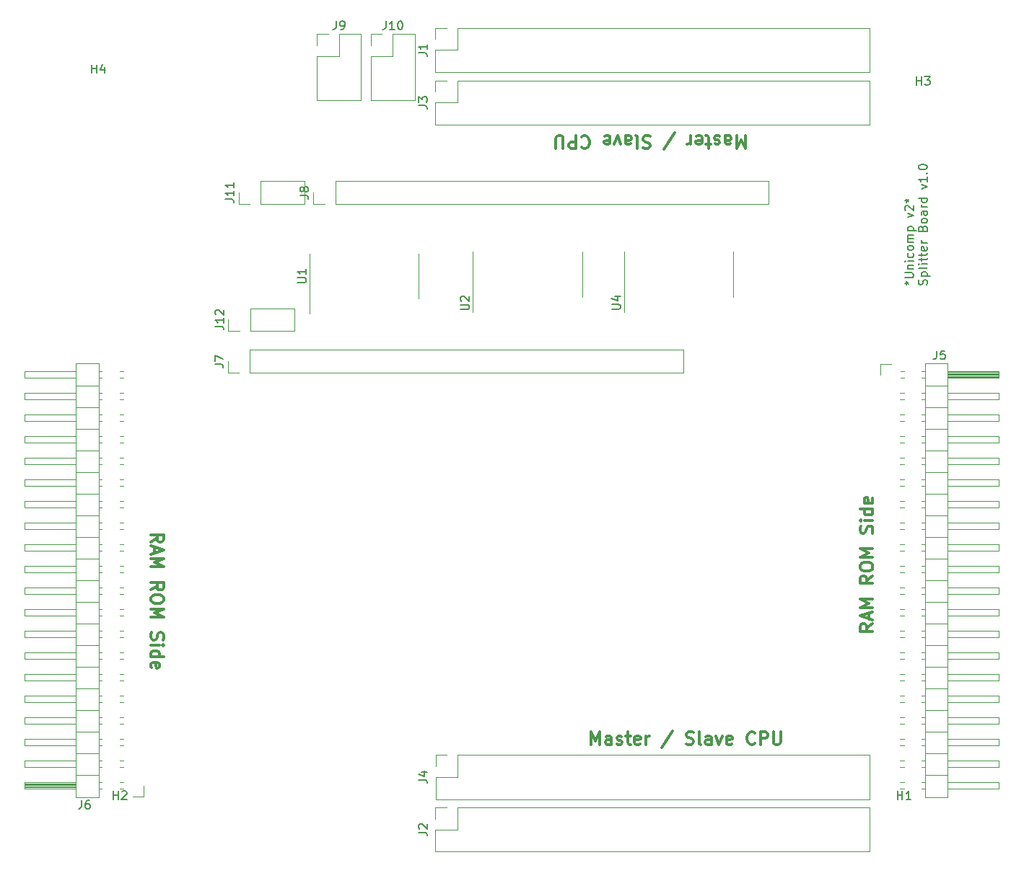
<source format=gbr>
%TF.GenerationSoftware,KiCad,Pcbnew,7.0.5-7.0.5~ubuntu20.04.1*%
%TF.CreationDate,2023-07-18T14:51:19+02:00*%
%TF.ProjectId,SplitterBoard,53706c69-7474-4657-9242-6f6172642e6b,rev?*%
%TF.SameCoordinates,Original*%
%TF.FileFunction,Legend,Top*%
%TF.FilePolarity,Positive*%
%FSLAX46Y46*%
G04 Gerber Fmt 4.6, Leading zero omitted, Abs format (unit mm)*
G04 Created by KiCad (PCBNEW 7.0.5-7.0.5~ubuntu20.04.1) date 2023-07-18 14:51:19*
%MOMM*%
%LPD*%
G01*
G04 APERTURE LIST*
%ADD10C,0.300000*%
%ADD11C,0.150000*%
%ADD12C,0.120000*%
G04 APERTURE END LIST*
D10*
X177372489Y-54301171D02*
X177372489Y-55801171D01*
X177372489Y-55801171D02*
X176872489Y-54729742D01*
X176872489Y-54729742D02*
X176372489Y-55801171D01*
X176372489Y-55801171D02*
X176372489Y-54301171D01*
X175015346Y-54301171D02*
X175015346Y-55086885D01*
X175015346Y-55086885D02*
X175086774Y-55229742D01*
X175086774Y-55229742D02*
X175229631Y-55301171D01*
X175229631Y-55301171D02*
X175515346Y-55301171D01*
X175515346Y-55301171D02*
X175658203Y-55229742D01*
X175015346Y-54372600D02*
X175158203Y-54301171D01*
X175158203Y-54301171D02*
X175515346Y-54301171D01*
X175515346Y-54301171D02*
X175658203Y-54372600D01*
X175658203Y-54372600D02*
X175729631Y-54515457D01*
X175729631Y-54515457D02*
X175729631Y-54658314D01*
X175729631Y-54658314D02*
X175658203Y-54801171D01*
X175658203Y-54801171D02*
X175515346Y-54872600D01*
X175515346Y-54872600D02*
X175158203Y-54872600D01*
X175158203Y-54872600D02*
X175015346Y-54944028D01*
X174372488Y-54372600D02*
X174229631Y-54301171D01*
X174229631Y-54301171D02*
X173943917Y-54301171D01*
X173943917Y-54301171D02*
X173801060Y-54372600D01*
X173801060Y-54372600D02*
X173729631Y-54515457D01*
X173729631Y-54515457D02*
X173729631Y-54586885D01*
X173729631Y-54586885D02*
X173801060Y-54729742D01*
X173801060Y-54729742D02*
X173943917Y-54801171D01*
X173943917Y-54801171D02*
X174158203Y-54801171D01*
X174158203Y-54801171D02*
X174301060Y-54872600D01*
X174301060Y-54872600D02*
X174372488Y-55015457D01*
X174372488Y-55015457D02*
X174372488Y-55086885D01*
X174372488Y-55086885D02*
X174301060Y-55229742D01*
X174301060Y-55229742D02*
X174158203Y-55301171D01*
X174158203Y-55301171D02*
X173943917Y-55301171D01*
X173943917Y-55301171D02*
X173801060Y-55229742D01*
X173301059Y-55301171D02*
X172729631Y-55301171D01*
X173086774Y-55801171D02*
X173086774Y-54515457D01*
X173086774Y-54515457D02*
X173015345Y-54372600D01*
X173015345Y-54372600D02*
X172872488Y-54301171D01*
X172872488Y-54301171D02*
X172729631Y-54301171D01*
X171658202Y-54372600D02*
X171801059Y-54301171D01*
X171801059Y-54301171D02*
X172086774Y-54301171D01*
X172086774Y-54301171D02*
X172229631Y-54372600D01*
X172229631Y-54372600D02*
X172301059Y-54515457D01*
X172301059Y-54515457D02*
X172301059Y-55086885D01*
X172301059Y-55086885D02*
X172229631Y-55229742D01*
X172229631Y-55229742D02*
X172086774Y-55301171D01*
X172086774Y-55301171D02*
X171801059Y-55301171D01*
X171801059Y-55301171D02*
X171658202Y-55229742D01*
X171658202Y-55229742D02*
X171586774Y-55086885D01*
X171586774Y-55086885D02*
X171586774Y-54944028D01*
X171586774Y-54944028D02*
X172301059Y-54801171D01*
X170943917Y-54301171D02*
X170943917Y-55301171D01*
X170943917Y-55015457D02*
X170872488Y-55158314D01*
X170872488Y-55158314D02*
X170801060Y-55229742D01*
X170801060Y-55229742D02*
X170658202Y-55301171D01*
X170658202Y-55301171D02*
X170515345Y-55301171D01*
X167801060Y-55872600D02*
X169086774Y-53944028D01*
X166229631Y-54372600D02*
X166015346Y-54301171D01*
X166015346Y-54301171D02*
X165658203Y-54301171D01*
X165658203Y-54301171D02*
X165515346Y-54372600D01*
X165515346Y-54372600D02*
X165443917Y-54444028D01*
X165443917Y-54444028D02*
X165372488Y-54586885D01*
X165372488Y-54586885D02*
X165372488Y-54729742D01*
X165372488Y-54729742D02*
X165443917Y-54872600D01*
X165443917Y-54872600D02*
X165515346Y-54944028D01*
X165515346Y-54944028D02*
X165658203Y-55015457D01*
X165658203Y-55015457D02*
X165943917Y-55086885D01*
X165943917Y-55086885D02*
X166086774Y-55158314D01*
X166086774Y-55158314D02*
X166158203Y-55229742D01*
X166158203Y-55229742D02*
X166229631Y-55372600D01*
X166229631Y-55372600D02*
X166229631Y-55515457D01*
X166229631Y-55515457D02*
X166158203Y-55658314D01*
X166158203Y-55658314D02*
X166086774Y-55729742D01*
X166086774Y-55729742D02*
X165943917Y-55801171D01*
X165943917Y-55801171D02*
X165586774Y-55801171D01*
X165586774Y-55801171D02*
X165372488Y-55729742D01*
X164515346Y-54301171D02*
X164658203Y-54372600D01*
X164658203Y-54372600D02*
X164729632Y-54515457D01*
X164729632Y-54515457D02*
X164729632Y-55801171D01*
X163301061Y-54301171D02*
X163301061Y-55086885D01*
X163301061Y-55086885D02*
X163372489Y-55229742D01*
X163372489Y-55229742D02*
X163515346Y-55301171D01*
X163515346Y-55301171D02*
X163801061Y-55301171D01*
X163801061Y-55301171D02*
X163943918Y-55229742D01*
X163301061Y-54372600D02*
X163443918Y-54301171D01*
X163443918Y-54301171D02*
X163801061Y-54301171D01*
X163801061Y-54301171D02*
X163943918Y-54372600D01*
X163943918Y-54372600D02*
X164015346Y-54515457D01*
X164015346Y-54515457D02*
X164015346Y-54658314D01*
X164015346Y-54658314D02*
X163943918Y-54801171D01*
X163943918Y-54801171D02*
X163801061Y-54872600D01*
X163801061Y-54872600D02*
X163443918Y-54872600D01*
X163443918Y-54872600D02*
X163301061Y-54944028D01*
X162729632Y-55301171D02*
X162372489Y-54301171D01*
X162372489Y-54301171D02*
X162015346Y-55301171D01*
X160872489Y-54372600D02*
X161015346Y-54301171D01*
X161015346Y-54301171D02*
X161301061Y-54301171D01*
X161301061Y-54301171D02*
X161443918Y-54372600D01*
X161443918Y-54372600D02*
X161515346Y-54515457D01*
X161515346Y-54515457D02*
X161515346Y-55086885D01*
X161515346Y-55086885D02*
X161443918Y-55229742D01*
X161443918Y-55229742D02*
X161301061Y-55301171D01*
X161301061Y-55301171D02*
X161015346Y-55301171D01*
X161015346Y-55301171D02*
X160872489Y-55229742D01*
X160872489Y-55229742D02*
X160801061Y-55086885D01*
X160801061Y-55086885D02*
X160801061Y-54944028D01*
X160801061Y-54944028D02*
X161515346Y-54801171D01*
X158158204Y-54444028D02*
X158229632Y-54372600D01*
X158229632Y-54372600D02*
X158443918Y-54301171D01*
X158443918Y-54301171D02*
X158586775Y-54301171D01*
X158586775Y-54301171D02*
X158801061Y-54372600D01*
X158801061Y-54372600D02*
X158943918Y-54515457D01*
X158943918Y-54515457D02*
X159015347Y-54658314D01*
X159015347Y-54658314D02*
X159086775Y-54944028D01*
X159086775Y-54944028D02*
X159086775Y-55158314D01*
X159086775Y-55158314D02*
X159015347Y-55444028D01*
X159015347Y-55444028D02*
X158943918Y-55586885D01*
X158943918Y-55586885D02*
X158801061Y-55729742D01*
X158801061Y-55729742D02*
X158586775Y-55801171D01*
X158586775Y-55801171D02*
X158443918Y-55801171D01*
X158443918Y-55801171D02*
X158229632Y-55729742D01*
X158229632Y-55729742D02*
X158158204Y-55658314D01*
X157515347Y-54301171D02*
X157515347Y-55801171D01*
X157515347Y-55801171D02*
X156943918Y-55801171D01*
X156943918Y-55801171D02*
X156801061Y-55729742D01*
X156801061Y-55729742D02*
X156729632Y-55658314D01*
X156729632Y-55658314D02*
X156658204Y-55515457D01*
X156658204Y-55515457D02*
X156658204Y-55301171D01*
X156658204Y-55301171D02*
X156729632Y-55158314D01*
X156729632Y-55158314D02*
X156801061Y-55086885D01*
X156801061Y-55086885D02*
X156943918Y-55015457D01*
X156943918Y-55015457D02*
X157515347Y-55015457D01*
X156015347Y-55801171D02*
X156015347Y-54586885D01*
X156015347Y-54586885D02*
X155943918Y-54444028D01*
X155943918Y-54444028D02*
X155872490Y-54372600D01*
X155872490Y-54372600D02*
X155729632Y-54301171D01*
X155729632Y-54301171D02*
X155443918Y-54301171D01*
X155443918Y-54301171D02*
X155301061Y-54372600D01*
X155301061Y-54372600D02*
X155229632Y-54444028D01*
X155229632Y-54444028D02*
X155158204Y-54586885D01*
X155158204Y-54586885D02*
X155158204Y-55801171D01*
D11*
X196099819Y-71580363D02*
X196337914Y-71580363D01*
X196242676Y-71818458D02*
X196337914Y-71580363D01*
X196337914Y-71580363D02*
X196242676Y-71342268D01*
X196528390Y-71723220D02*
X196337914Y-71580363D01*
X196337914Y-71580363D02*
X196528390Y-71437506D01*
X196099819Y-70961315D02*
X196909342Y-70961315D01*
X196909342Y-70961315D02*
X197004580Y-70913696D01*
X197004580Y-70913696D02*
X197052200Y-70866077D01*
X197052200Y-70866077D02*
X197099819Y-70770839D01*
X197099819Y-70770839D02*
X197099819Y-70580363D01*
X197099819Y-70580363D02*
X197052200Y-70485125D01*
X197052200Y-70485125D02*
X197004580Y-70437506D01*
X197004580Y-70437506D02*
X196909342Y-70389887D01*
X196909342Y-70389887D02*
X196099819Y-70389887D01*
X196433152Y-69913696D02*
X197099819Y-69913696D01*
X196528390Y-69913696D02*
X196480771Y-69866077D01*
X196480771Y-69866077D02*
X196433152Y-69770839D01*
X196433152Y-69770839D02*
X196433152Y-69627982D01*
X196433152Y-69627982D02*
X196480771Y-69532744D01*
X196480771Y-69532744D02*
X196576009Y-69485125D01*
X196576009Y-69485125D02*
X197099819Y-69485125D01*
X197099819Y-69008934D02*
X196433152Y-69008934D01*
X196099819Y-69008934D02*
X196147438Y-69056553D01*
X196147438Y-69056553D02*
X196195057Y-69008934D01*
X196195057Y-69008934D02*
X196147438Y-68961315D01*
X196147438Y-68961315D02*
X196099819Y-69008934D01*
X196099819Y-69008934D02*
X196195057Y-69008934D01*
X197052200Y-68104173D02*
X197099819Y-68199411D01*
X197099819Y-68199411D02*
X197099819Y-68389887D01*
X197099819Y-68389887D02*
X197052200Y-68485125D01*
X197052200Y-68485125D02*
X197004580Y-68532744D01*
X197004580Y-68532744D02*
X196909342Y-68580363D01*
X196909342Y-68580363D02*
X196623628Y-68580363D01*
X196623628Y-68580363D02*
X196528390Y-68532744D01*
X196528390Y-68532744D02*
X196480771Y-68485125D01*
X196480771Y-68485125D02*
X196433152Y-68389887D01*
X196433152Y-68389887D02*
X196433152Y-68199411D01*
X196433152Y-68199411D02*
X196480771Y-68104173D01*
X197099819Y-67532744D02*
X197052200Y-67627982D01*
X197052200Y-67627982D02*
X197004580Y-67675601D01*
X197004580Y-67675601D02*
X196909342Y-67723220D01*
X196909342Y-67723220D02*
X196623628Y-67723220D01*
X196623628Y-67723220D02*
X196528390Y-67675601D01*
X196528390Y-67675601D02*
X196480771Y-67627982D01*
X196480771Y-67627982D02*
X196433152Y-67532744D01*
X196433152Y-67532744D02*
X196433152Y-67389887D01*
X196433152Y-67389887D02*
X196480771Y-67294649D01*
X196480771Y-67294649D02*
X196528390Y-67247030D01*
X196528390Y-67247030D02*
X196623628Y-67199411D01*
X196623628Y-67199411D02*
X196909342Y-67199411D01*
X196909342Y-67199411D02*
X197004580Y-67247030D01*
X197004580Y-67247030D02*
X197052200Y-67294649D01*
X197052200Y-67294649D02*
X197099819Y-67389887D01*
X197099819Y-67389887D02*
X197099819Y-67532744D01*
X197099819Y-66770839D02*
X196433152Y-66770839D01*
X196528390Y-66770839D02*
X196480771Y-66723220D01*
X196480771Y-66723220D02*
X196433152Y-66627982D01*
X196433152Y-66627982D02*
X196433152Y-66485125D01*
X196433152Y-66485125D02*
X196480771Y-66389887D01*
X196480771Y-66389887D02*
X196576009Y-66342268D01*
X196576009Y-66342268D02*
X197099819Y-66342268D01*
X196576009Y-66342268D02*
X196480771Y-66294649D01*
X196480771Y-66294649D02*
X196433152Y-66199411D01*
X196433152Y-66199411D02*
X196433152Y-66056554D01*
X196433152Y-66056554D02*
X196480771Y-65961315D01*
X196480771Y-65961315D02*
X196576009Y-65913696D01*
X196576009Y-65913696D02*
X197099819Y-65913696D01*
X196433152Y-65437506D02*
X197433152Y-65437506D01*
X196480771Y-65437506D02*
X196433152Y-65342268D01*
X196433152Y-65342268D02*
X196433152Y-65151792D01*
X196433152Y-65151792D02*
X196480771Y-65056554D01*
X196480771Y-65056554D02*
X196528390Y-65008935D01*
X196528390Y-65008935D02*
X196623628Y-64961316D01*
X196623628Y-64961316D02*
X196909342Y-64961316D01*
X196909342Y-64961316D02*
X197004580Y-65008935D01*
X197004580Y-65008935D02*
X197052200Y-65056554D01*
X197052200Y-65056554D02*
X197099819Y-65151792D01*
X197099819Y-65151792D02*
X197099819Y-65342268D01*
X197099819Y-65342268D02*
X197052200Y-65437506D01*
X196433152Y-63866077D02*
X197099819Y-63627982D01*
X197099819Y-63627982D02*
X196433152Y-63389887D01*
X196195057Y-63056553D02*
X196147438Y-63008934D01*
X196147438Y-63008934D02*
X196099819Y-62913696D01*
X196099819Y-62913696D02*
X196099819Y-62675601D01*
X196099819Y-62675601D02*
X196147438Y-62580363D01*
X196147438Y-62580363D02*
X196195057Y-62532744D01*
X196195057Y-62532744D02*
X196290295Y-62485125D01*
X196290295Y-62485125D02*
X196385533Y-62485125D01*
X196385533Y-62485125D02*
X196528390Y-62532744D01*
X196528390Y-62532744D02*
X197099819Y-63104172D01*
X197099819Y-63104172D02*
X197099819Y-62485125D01*
X196099819Y-61913696D02*
X196337914Y-61913696D01*
X196242676Y-62151791D02*
X196337914Y-61913696D01*
X196337914Y-61913696D02*
X196242676Y-61675601D01*
X196528390Y-62056553D02*
X196337914Y-61913696D01*
X196337914Y-61913696D02*
X196528390Y-61770839D01*
X198662200Y-71770839D02*
X198709819Y-71627982D01*
X198709819Y-71627982D02*
X198709819Y-71389887D01*
X198709819Y-71389887D02*
X198662200Y-71294649D01*
X198662200Y-71294649D02*
X198614580Y-71247030D01*
X198614580Y-71247030D02*
X198519342Y-71199411D01*
X198519342Y-71199411D02*
X198424104Y-71199411D01*
X198424104Y-71199411D02*
X198328866Y-71247030D01*
X198328866Y-71247030D02*
X198281247Y-71294649D01*
X198281247Y-71294649D02*
X198233628Y-71389887D01*
X198233628Y-71389887D02*
X198186009Y-71580363D01*
X198186009Y-71580363D02*
X198138390Y-71675601D01*
X198138390Y-71675601D02*
X198090771Y-71723220D01*
X198090771Y-71723220D02*
X197995533Y-71770839D01*
X197995533Y-71770839D02*
X197900295Y-71770839D01*
X197900295Y-71770839D02*
X197805057Y-71723220D01*
X197805057Y-71723220D02*
X197757438Y-71675601D01*
X197757438Y-71675601D02*
X197709819Y-71580363D01*
X197709819Y-71580363D02*
X197709819Y-71342268D01*
X197709819Y-71342268D02*
X197757438Y-71199411D01*
X198043152Y-70770839D02*
X199043152Y-70770839D01*
X198090771Y-70770839D02*
X198043152Y-70675601D01*
X198043152Y-70675601D02*
X198043152Y-70485125D01*
X198043152Y-70485125D02*
X198090771Y-70389887D01*
X198090771Y-70389887D02*
X198138390Y-70342268D01*
X198138390Y-70342268D02*
X198233628Y-70294649D01*
X198233628Y-70294649D02*
X198519342Y-70294649D01*
X198519342Y-70294649D02*
X198614580Y-70342268D01*
X198614580Y-70342268D02*
X198662200Y-70389887D01*
X198662200Y-70389887D02*
X198709819Y-70485125D01*
X198709819Y-70485125D02*
X198709819Y-70675601D01*
X198709819Y-70675601D02*
X198662200Y-70770839D01*
X198709819Y-69723220D02*
X198662200Y-69818458D01*
X198662200Y-69818458D02*
X198566961Y-69866077D01*
X198566961Y-69866077D02*
X197709819Y-69866077D01*
X198709819Y-69342267D02*
X198043152Y-69342267D01*
X197709819Y-69342267D02*
X197757438Y-69389886D01*
X197757438Y-69389886D02*
X197805057Y-69342267D01*
X197805057Y-69342267D02*
X197757438Y-69294648D01*
X197757438Y-69294648D02*
X197709819Y-69342267D01*
X197709819Y-69342267D02*
X197805057Y-69342267D01*
X198043152Y-69008934D02*
X198043152Y-68627982D01*
X197709819Y-68866077D02*
X198566961Y-68866077D01*
X198566961Y-68866077D02*
X198662200Y-68818458D01*
X198662200Y-68818458D02*
X198709819Y-68723220D01*
X198709819Y-68723220D02*
X198709819Y-68627982D01*
X198043152Y-68437505D02*
X198043152Y-68056553D01*
X197709819Y-68294648D02*
X198566961Y-68294648D01*
X198566961Y-68294648D02*
X198662200Y-68247029D01*
X198662200Y-68247029D02*
X198709819Y-68151791D01*
X198709819Y-68151791D02*
X198709819Y-68056553D01*
X198662200Y-67342267D02*
X198709819Y-67437505D01*
X198709819Y-67437505D02*
X198709819Y-67627981D01*
X198709819Y-67627981D02*
X198662200Y-67723219D01*
X198662200Y-67723219D02*
X198566961Y-67770838D01*
X198566961Y-67770838D02*
X198186009Y-67770838D01*
X198186009Y-67770838D02*
X198090771Y-67723219D01*
X198090771Y-67723219D02*
X198043152Y-67627981D01*
X198043152Y-67627981D02*
X198043152Y-67437505D01*
X198043152Y-67437505D02*
X198090771Y-67342267D01*
X198090771Y-67342267D02*
X198186009Y-67294648D01*
X198186009Y-67294648D02*
X198281247Y-67294648D01*
X198281247Y-67294648D02*
X198376485Y-67770838D01*
X198709819Y-66866076D02*
X198043152Y-66866076D01*
X198233628Y-66866076D02*
X198138390Y-66818457D01*
X198138390Y-66818457D02*
X198090771Y-66770838D01*
X198090771Y-66770838D02*
X198043152Y-66675600D01*
X198043152Y-66675600D02*
X198043152Y-66580362D01*
X198186009Y-65151790D02*
X198233628Y-65008933D01*
X198233628Y-65008933D02*
X198281247Y-64961314D01*
X198281247Y-64961314D02*
X198376485Y-64913695D01*
X198376485Y-64913695D02*
X198519342Y-64913695D01*
X198519342Y-64913695D02*
X198614580Y-64961314D01*
X198614580Y-64961314D02*
X198662200Y-65008933D01*
X198662200Y-65008933D02*
X198709819Y-65104171D01*
X198709819Y-65104171D02*
X198709819Y-65485123D01*
X198709819Y-65485123D02*
X197709819Y-65485123D01*
X197709819Y-65485123D02*
X197709819Y-65151790D01*
X197709819Y-65151790D02*
X197757438Y-65056552D01*
X197757438Y-65056552D02*
X197805057Y-65008933D01*
X197805057Y-65008933D02*
X197900295Y-64961314D01*
X197900295Y-64961314D02*
X197995533Y-64961314D01*
X197995533Y-64961314D02*
X198090771Y-65008933D01*
X198090771Y-65008933D02*
X198138390Y-65056552D01*
X198138390Y-65056552D02*
X198186009Y-65151790D01*
X198186009Y-65151790D02*
X198186009Y-65485123D01*
X198709819Y-64342266D02*
X198662200Y-64437504D01*
X198662200Y-64437504D02*
X198614580Y-64485123D01*
X198614580Y-64485123D02*
X198519342Y-64532742D01*
X198519342Y-64532742D02*
X198233628Y-64532742D01*
X198233628Y-64532742D02*
X198138390Y-64485123D01*
X198138390Y-64485123D02*
X198090771Y-64437504D01*
X198090771Y-64437504D02*
X198043152Y-64342266D01*
X198043152Y-64342266D02*
X198043152Y-64199409D01*
X198043152Y-64199409D02*
X198090771Y-64104171D01*
X198090771Y-64104171D02*
X198138390Y-64056552D01*
X198138390Y-64056552D02*
X198233628Y-64008933D01*
X198233628Y-64008933D02*
X198519342Y-64008933D01*
X198519342Y-64008933D02*
X198614580Y-64056552D01*
X198614580Y-64056552D02*
X198662200Y-64104171D01*
X198662200Y-64104171D02*
X198709819Y-64199409D01*
X198709819Y-64199409D02*
X198709819Y-64342266D01*
X198709819Y-63151790D02*
X198186009Y-63151790D01*
X198186009Y-63151790D02*
X198090771Y-63199409D01*
X198090771Y-63199409D02*
X198043152Y-63294647D01*
X198043152Y-63294647D02*
X198043152Y-63485123D01*
X198043152Y-63485123D02*
X198090771Y-63580361D01*
X198662200Y-63151790D02*
X198709819Y-63247028D01*
X198709819Y-63247028D02*
X198709819Y-63485123D01*
X198709819Y-63485123D02*
X198662200Y-63580361D01*
X198662200Y-63580361D02*
X198566961Y-63627980D01*
X198566961Y-63627980D02*
X198471723Y-63627980D01*
X198471723Y-63627980D02*
X198376485Y-63580361D01*
X198376485Y-63580361D02*
X198328866Y-63485123D01*
X198328866Y-63485123D02*
X198328866Y-63247028D01*
X198328866Y-63247028D02*
X198281247Y-63151790D01*
X198709819Y-62675599D02*
X198043152Y-62675599D01*
X198233628Y-62675599D02*
X198138390Y-62627980D01*
X198138390Y-62627980D02*
X198090771Y-62580361D01*
X198090771Y-62580361D02*
X198043152Y-62485123D01*
X198043152Y-62485123D02*
X198043152Y-62389885D01*
X198709819Y-61627980D02*
X197709819Y-61627980D01*
X198662200Y-61627980D02*
X198709819Y-61723218D01*
X198709819Y-61723218D02*
X198709819Y-61913694D01*
X198709819Y-61913694D02*
X198662200Y-62008932D01*
X198662200Y-62008932D02*
X198614580Y-62056551D01*
X198614580Y-62056551D02*
X198519342Y-62104170D01*
X198519342Y-62104170D02*
X198233628Y-62104170D01*
X198233628Y-62104170D02*
X198138390Y-62056551D01*
X198138390Y-62056551D02*
X198090771Y-62008932D01*
X198090771Y-62008932D02*
X198043152Y-61913694D01*
X198043152Y-61913694D02*
X198043152Y-61723218D01*
X198043152Y-61723218D02*
X198090771Y-61627980D01*
X198043152Y-60485122D02*
X198709819Y-60247027D01*
X198709819Y-60247027D02*
X198043152Y-60008932D01*
X198709819Y-59104170D02*
X198709819Y-59675598D01*
X198709819Y-59389884D02*
X197709819Y-59389884D01*
X197709819Y-59389884D02*
X197852676Y-59485122D01*
X197852676Y-59485122D02*
X197947914Y-59580360D01*
X197947914Y-59580360D02*
X197995533Y-59675598D01*
X198614580Y-58675598D02*
X198662200Y-58627979D01*
X198662200Y-58627979D02*
X198709819Y-58675598D01*
X198709819Y-58675598D02*
X198662200Y-58723217D01*
X198662200Y-58723217D02*
X198614580Y-58675598D01*
X198614580Y-58675598D02*
X198709819Y-58675598D01*
X197709819Y-58008932D02*
X197709819Y-57913694D01*
X197709819Y-57913694D02*
X197757438Y-57818456D01*
X197757438Y-57818456D02*
X197805057Y-57770837D01*
X197805057Y-57770837D02*
X197900295Y-57723218D01*
X197900295Y-57723218D02*
X198090771Y-57675599D01*
X198090771Y-57675599D02*
X198328866Y-57675599D01*
X198328866Y-57675599D02*
X198519342Y-57723218D01*
X198519342Y-57723218D02*
X198614580Y-57770837D01*
X198614580Y-57770837D02*
X198662200Y-57818456D01*
X198662200Y-57818456D02*
X198709819Y-57913694D01*
X198709819Y-57913694D02*
X198709819Y-58008932D01*
X198709819Y-58008932D02*
X198662200Y-58104170D01*
X198662200Y-58104170D02*
X198614580Y-58151789D01*
X198614580Y-58151789D02*
X198519342Y-58199408D01*
X198519342Y-58199408D02*
X198328866Y-58247027D01*
X198328866Y-58247027D02*
X198090771Y-58247027D01*
X198090771Y-58247027D02*
X197900295Y-58199408D01*
X197900295Y-58199408D02*
X197805057Y-58151789D01*
X197805057Y-58151789D02*
X197757438Y-58104170D01*
X197757438Y-58104170D02*
X197709819Y-58008932D01*
D10*
X192332828Y-111618346D02*
X191618542Y-112118346D01*
X192332828Y-112475489D02*
X190832828Y-112475489D01*
X190832828Y-112475489D02*
X190832828Y-111904060D01*
X190832828Y-111904060D02*
X190904257Y-111761203D01*
X190904257Y-111761203D02*
X190975685Y-111689774D01*
X190975685Y-111689774D02*
X191118542Y-111618346D01*
X191118542Y-111618346D02*
X191332828Y-111618346D01*
X191332828Y-111618346D02*
X191475685Y-111689774D01*
X191475685Y-111689774D02*
X191547114Y-111761203D01*
X191547114Y-111761203D02*
X191618542Y-111904060D01*
X191618542Y-111904060D02*
X191618542Y-112475489D01*
X191904257Y-111046917D02*
X191904257Y-110332632D01*
X192332828Y-111189774D02*
X190832828Y-110689774D01*
X190832828Y-110689774D02*
X192332828Y-110189774D01*
X192332828Y-109689775D02*
X190832828Y-109689775D01*
X190832828Y-109689775D02*
X191904257Y-109189775D01*
X191904257Y-109189775D02*
X190832828Y-108689775D01*
X190832828Y-108689775D02*
X192332828Y-108689775D01*
X192332828Y-105975489D02*
X191618542Y-106475489D01*
X192332828Y-106832632D02*
X190832828Y-106832632D01*
X190832828Y-106832632D02*
X190832828Y-106261203D01*
X190832828Y-106261203D02*
X190904257Y-106118346D01*
X190904257Y-106118346D02*
X190975685Y-106046917D01*
X190975685Y-106046917D02*
X191118542Y-105975489D01*
X191118542Y-105975489D02*
X191332828Y-105975489D01*
X191332828Y-105975489D02*
X191475685Y-106046917D01*
X191475685Y-106046917D02*
X191547114Y-106118346D01*
X191547114Y-106118346D02*
X191618542Y-106261203D01*
X191618542Y-106261203D02*
X191618542Y-106832632D01*
X190832828Y-105046917D02*
X190832828Y-104761203D01*
X190832828Y-104761203D02*
X190904257Y-104618346D01*
X190904257Y-104618346D02*
X191047114Y-104475489D01*
X191047114Y-104475489D02*
X191332828Y-104404060D01*
X191332828Y-104404060D02*
X191832828Y-104404060D01*
X191832828Y-104404060D02*
X192118542Y-104475489D01*
X192118542Y-104475489D02*
X192261400Y-104618346D01*
X192261400Y-104618346D02*
X192332828Y-104761203D01*
X192332828Y-104761203D02*
X192332828Y-105046917D01*
X192332828Y-105046917D02*
X192261400Y-105189775D01*
X192261400Y-105189775D02*
X192118542Y-105332632D01*
X192118542Y-105332632D02*
X191832828Y-105404060D01*
X191832828Y-105404060D02*
X191332828Y-105404060D01*
X191332828Y-105404060D02*
X191047114Y-105332632D01*
X191047114Y-105332632D02*
X190904257Y-105189775D01*
X190904257Y-105189775D02*
X190832828Y-105046917D01*
X192332828Y-103761203D02*
X190832828Y-103761203D01*
X190832828Y-103761203D02*
X191904257Y-103261203D01*
X191904257Y-103261203D02*
X190832828Y-102761203D01*
X190832828Y-102761203D02*
X192332828Y-102761203D01*
X192261400Y-100975488D02*
X192332828Y-100761203D01*
X192332828Y-100761203D02*
X192332828Y-100404060D01*
X192332828Y-100404060D02*
X192261400Y-100261203D01*
X192261400Y-100261203D02*
X192189971Y-100189774D01*
X192189971Y-100189774D02*
X192047114Y-100118345D01*
X192047114Y-100118345D02*
X191904257Y-100118345D01*
X191904257Y-100118345D02*
X191761400Y-100189774D01*
X191761400Y-100189774D02*
X191689971Y-100261203D01*
X191689971Y-100261203D02*
X191618542Y-100404060D01*
X191618542Y-100404060D02*
X191547114Y-100689774D01*
X191547114Y-100689774D02*
X191475685Y-100832631D01*
X191475685Y-100832631D02*
X191404257Y-100904060D01*
X191404257Y-100904060D02*
X191261400Y-100975488D01*
X191261400Y-100975488D02*
X191118542Y-100975488D01*
X191118542Y-100975488D02*
X190975685Y-100904060D01*
X190975685Y-100904060D02*
X190904257Y-100832631D01*
X190904257Y-100832631D02*
X190832828Y-100689774D01*
X190832828Y-100689774D02*
X190832828Y-100332631D01*
X190832828Y-100332631D02*
X190904257Y-100118345D01*
X192332828Y-99475489D02*
X191332828Y-99475489D01*
X190832828Y-99475489D02*
X190904257Y-99546917D01*
X190904257Y-99546917D02*
X190975685Y-99475489D01*
X190975685Y-99475489D02*
X190904257Y-99404060D01*
X190904257Y-99404060D02*
X190832828Y-99475489D01*
X190832828Y-99475489D02*
X190975685Y-99475489D01*
X192332828Y-98118346D02*
X190832828Y-98118346D01*
X192261400Y-98118346D02*
X192332828Y-98261203D01*
X192332828Y-98261203D02*
X192332828Y-98546917D01*
X192332828Y-98546917D02*
X192261400Y-98689774D01*
X192261400Y-98689774D02*
X192189971Y-98761203D01*
X192189971Y-98761203D02*
X192047114Y-98832631D01*
X192047114Y-98832631D02*
X191618542Y-98832631D01*
X191618542Y-98832631D02*
X191475685Y-98761203D01*
X191475685Y-98761203D02*
X191404257Y-98689774D01*
X191404257Y-98689774D02*
X191332828Y-98546917D01*
X191332828Y-98546917D02*
X191332828Y-98261203D01*
X191332828Y-98261203D02*
X191404257Y-98118346D01*
X192261400Y-96832631D02*
X192332828Y-96975488D01*
X192332828Y-96975488D02*
X192332828Y-97261203D01*
X192332828Y-97261203D02*
X192261400Y-97404060D01*
X192261400Y-97404060D02*
X192118542Y-97475488D01*
X192118542Y-97475488D02*
X191547114Y-97475488D01*
X191547114Y-97475488D02*
X191404257Y-97404060D01*
X191404257Y-97404060D02*
X191332828Y-97261203D01*
X191332828Y-97261203D02*
X191332828Y-96975488D01*
X191332828Y-96975488D02*
X191404257Y-96832631D01*
X191404257Y-96832631D02*
X191547114Y-96761203D01*
X191547114Y-96761203D02*
X191689971Y-96761203D01*
X191689971Y-96761203D02*
X191832828Y-97475488D01*
X159304510Y-125784828D02*
X159304510Y-124284828D01*
X159304510Y-124284828D02*
X159804510Y-125356257D01*
X159804510Y-125356257D02*
X160304510Y-124284828D01*
X160304510Y-124284828D02*
X160304510Y-125784828D01*
X161661654Y-125784828D02*
X161661654Y-124999114D01*
X161661654Y-124999114D02*
X161590225Y-124856257D01*
X161590225Y-124856257D02*
X161447368Y-124784828D01*
X161447368Y-124784828D02*
X161161654Y-124784828D01*
X161161654Y-124784828D02*
X161018796Y-124856257D01*
X161661654Y-125713400D02*
X161518796Y-125784828D01*
X161518796Y-125784828D02*
X161161654Y-125784828D01*
X161161654Y-125784828D02*
X161018796Y-125713400D01*
X161018796Y-125713400D02*
X160947368Y-125570542D01*
X160947368Y-125570542D02*
X160947368Y-125427685D01*
X160947368Y-125427685D02*
X161018796Y-125284828D01*
X161018796Y-125284828D02*
X161161654Y-125213400D01*
X161161654Y-125213400D02*
X161518796Y-125213400D01*
X161518796Y-125213400D02*
X161661654Y-125141971D01*
X162304511Y-125713400D02*
X162447368Y-125784828D01*
X162447368Y-125784828D02*
X162733082Y-125784828D01*
X162733082Y-125784828D02*
X162875939Y-125713400D01*
X162875939Y-125713400D02*
X162947368Y-125570542D01*
X162947368Y-125570542D02*
X162947368Y-125499114D01*
X162947368Y-125499114D02*
X162875939Y-125356257D01*
X162875939Y-125356257D02*
X162733082Y-125284828D01*
X162733082Y-125284828D02*
X162518797Y-125284828D01*
X162518797Y-125284828D02*
X162375939Y-125213400D01*
X162375939Y-125213400D02*
X162304511Y-125070542D01*
X162304511Y-125070542D02*
X162304511Y-124999114D01*
X162304511Y-124999114D02*
X162375939Y-124856257D01*
X162375939Y-124856257D02*
X162518797Y-124784828D01*
X162518797Y-124784828D02*
X162733082Y-124784828D01*
X162733082Y-124784828D02*
X162875939Y-124856257D01*
X163375940Y-124784828D02*
X163947368Y-124784828D01*
X163590225Y-124284828D02*
X163590225Y-125570542D01*
X163590225Y-125570542D02*
X163661654Y-125713400D01*
X163661654Y-125713400D02*
X163804511Y-125784828D01*
X163804511Y-125784828D02*
X163947368Y-125784828D01*
X165018797Y-125713400D02*
X164875940Y-125784828D01*
X164875940Y-125784828D02*
X164590226Y-125784828D01*
X164590226Y-125784828D02*
X164447368Y-125713400D01*
X164447368Y-125713400D02*
X164375940Y-125570542D01*
X164375940Y-125570542D02*
X164375940Y-124999114D01*
X164375940Y-124999114D02*
X164447368Y-124856257D01*
X164447368Y-124856257D02*
X164590226Y-124784828D01*
X164590226Y-124784828D02*
X164875940Y-124784828D01*
X164875940Y-124784828D02*
X165018797Y-124856257D01*
X165018797Y-124856257D02*
X165090226Y-124999114D01*
X165090226Y-124999114D02*
X165090226Y-125141971D01*
X165090226Y-125141971D02*
X164375940Y-125284828D01*
X165733082Y-125784828D02*
X165733082Y-124784828D01*
X165733082Y-125070542D02*
X165804511Y-124927685D01*
X165804511Y-124927685D02*
X165875940Y-124856257D01*
X165875940Y-124856257D02*
X166018797Y-124784828D01*
X166018797Y-124784828D02*
X166161654Y-124784828D01*
X168875939Y-124213400D02*
X167590225Y-126141971D01*
X170447368Y-125713400D02*
X170661654Y-125784828D01*
X170661654Y-125784828D02*
X171018796Y-125784828D01*
X171018796Y-125784828D02*
X171161654Y-125713400D01*
X171161654Y-125713400D02*
X171233082Y-125641971D01*
X171233082Y-125641971D02*
X171304511Y-125499114D01*
X171304511Y-125499114D02*
X171304511Y-125356257D01*
X171304511Y-125356257D02*
X171233082Y-125213400D01*
X171233082Y-125213400D02*
X171161654Y-125141971D01*
X171161654Y-125141971D02*
X171018796Y-125070542D01*
X171018796Y-125070542D02*
X170733082Y-124999114D01*
X170733082Y-124999114D02*
X170590225Y-124927685D01*
X170590225Y-124927685D02*
X170518796Y-124856257D01*
X170518796Y-124856257D02*
X170447368Y-124713400D01*
X170447368Y-124713400D02*
X170447368Y-124570542D01*
X170447368Y-124570542D02*
X170518796Y-124427685D01*
X170518796Y-124427685D02*
X170590225Y-124356257D01*
X170590225Y-124356257D02*
X170733082Y-124284828D01*
X170733082Y-124284828D02*
X171090225Y-124284828D01*
X171090225Y-124284828D02*
X171304511Y-124356257D01*
X172161653Y-125784828D02*
X172018796Y-125713400D01*
X172018796Y-125713400D02*
X171947367Y-125570542D01*
X171947367Y-125570542D02*
X171947367Y-124284828D01*
X173375939Y-125784828D02*
X173375939Y-124999114D01*
X173375939Y-124999114D02*
X173304510Y-124856257D01*
X173304510Y-124856257D02*
X173161653Y-124784828D01*
X173161653Y-124784828D02*
X172875939Y-124784828D01*
X172875939Y-124784828D02*
X172733081Y-124856257D01*
X173375939Y-125713400D02*
X173233081Y-125784828D01*
X173233081Y-125784828D02*
X172875939Y-125784828D01*
X172875939Y-125784828D02*
X172733081Y-125713400D01*
X172733081Y-125713400D02*
X172661653Y-125570542D01*
X172661653Y-125570542D02*
X172661653Y-125427685D01*
X172661653Y-125427685D02*
X172733081Y-125284828D01*
X172733081Y-125284828D02*
X172875939Y-125213400D01*
X172875939Y-125213400D02*
X173233081Y-125213400D01*
X173233081Y-125213400D02*
X173375939Y-125141971D01*
X173947367Y-124784828D02*
X174304510Y-125784828D01*
X174304510Y-125784828D02*
X174661653Y-124784828D01*
X175804510Y-125713400D02*
X175661653Y-125784828D01*
X175661653Y-125784828D02*
X175375939Y-125784828D01*
X175375939Y-125784828D02*
X175233081Y-125713400D01*
X175233081Y-125713400D02*
X175161653Y-125570542D01*
X175161653Y-125570542D02*
X175161653Y-124999114D01*
X175161653Y-124999114D02*
X175233081Y-124856257D01*
X175233081Y-124856257D02*
X175375939Y-124784828D01*
X175375939Y-124784828D02*
X175661653Y-124784828D01*
X175661653Y-124784828D02*
X175804510Y-124856257D01*
X175804510Y-124856257D02*
X175875939Y-124999114D01*
X175875939Y-124999114D02*
X175875939Y-125141971D01*
X175875939Y-125141971D02*
X175161653Y-125284828D01*
X178518795Y-125641971D02*
X178447367Y-125713400D01*
X178447367Y-125713400D02*
X178233081Y-125784828D01*
X178233081Y-125784828D02*
X178090224Y-125784828D01*
X178090224Y-125784828D02*
X177875938Y-125713400D01*
X177875938Y-125713400D02*
X177733081Y-125570542D01*
X177733081Y-125570542D02*
X177661652Y-125427685D01*
X177661652Y-125427685D02*
X177590224Y-125141971D01*
X177590224Y-125141971D02*
X177590224Y-124927685D01*
X177590224Y-124927685D02*
X177661652Y-124641971D01*
X177661652Y-124641971D02*
X177733081Y-124499114D01*
X177733081Y-124499114D02*
X177875938Y-124356257D01*
X177875938Y-124356257D02*
X178090224Y-124284828D01*
X178090224Y-124284828D02*
X178233081Y-124284828D01*
X178233081Y-124284828D02*
X178447367Y-124356257D01*
X178447367Y-124356257D02*
X178518795Y-124427685D01*
X179161652Y-125784828D02*
X179161652Y-124284828D01*
X179161652Y-124284828D02*
X179733081Y-124284828D01*
X179733081Y-124284828D02*
X179875938Y-124356257D01*
X179875938Y-124356257D02*
X179947367Y-124427685D01*
X179947367Y-124427685D02*
X180018795Y-124570542D01*
X180018795Y-124570542D02*
X180018795Y-124784828D01*
X180018795Y-124784828D02*
X179947367Y-124927685D01*
X179947367Y-124927685D02*
X179875938Y-124999114D01*
X179875938Y-124999114D02*
X179733081Y-125070542D01*
X179733081Y-125070542D02*
X179161652Y-125070542D01*
X180661652Y-124284828D02*
X180661652Y-125499114D01*
X180661652Y-125499114D02*
X180733081Y-125641971D01*
X180733081Y-125641971D02*
X180804510Y-125713400D01*
X180804510Y-125713400D02*
X180947367Y-125784828D01*
X180947367Y-125784828D02*
X181233081Y-125784828D01*
X181233081Y-125784828D02*
X181375938Y-125713400D01*
X181375938Y-125713400D02*
X181447367Y-125641971D01*
X181447367Y-125641971D02*
X181518795Y-125499114D01*
X181518795Y-125499114D02*
X181518795Y-124284828D01*
X107641171Y-101995653D02*
X108355457Y-101495653D01*
X107641171Y-101138510D02*
X109141171Y-101138510D01*
X109141171Y-101138510D02*
X109141171Y-101709939D01*
X109141171Y-101709939D02*
X109069742Y-101852796D01*
X109069742Y-101852796D02*
X108998314Y-101924225D01*
X108998314Y-101924225D02*
X108855457Y-101995653D01*
X108855457Y-101995653D02*
X108641171Y-101995653D01*
X108641171Y-101995653D02*
X108498314Y-101924225D01*
X108498314Y-101924225D02*
X108426885Y-101852796D01*
X108426885Y-101852796D02*
X108355457Y-101709939D01*
X108355457Y-101709939D02*
X108355457Y-101138510D01*
X108069742Y-102567082D02*
X108069742Y-103281368D01*
X107641171Y-102424225D02*
X109141171Y-102924225D01*
X109141171Y-102924225D02*
X107641171Y-103424225D01*
X107641171Y-103924224D02*
X109141171Y-103924224D01*
X109141171Y-103924224D02*
X108069742Y-104424224D01*
X108069742Y-104424224D02*
X109141171Y-104924224D01*
X109141171Y-104924224D02*
X107641171Y-104924224D01*
X107641171Y-107638510D02*
X108355457Y-107138510D01*
X107641171Y-106781367D02*
X109141171Y-106781367D01*
X109141171Y-106781367D02*
X109141171Y-107352796D01*
X109141171Y-107352796D02*
X109069742Y-107495653D01*
X109069742Y-107495653D02*
X108998314Y-107567082D01*
X108998314Y-107567082D02*
X108855457Y-107638510D01*
X108855457Y-107638510D02*
X108641171Y-107638510D01*
X108641171Y-107638510D02*
X108498314Y-107567082D01*
X108498314Y-107567082D02*
X108426885Y-107495653D01*
X108426885Y-107495653D02*
X108355457Y-107352796D01*
X108355457Y-107352796D02*
X108355457Y-106781367D01*
X109141171Y-108567082D02*
X109141171Y-108852796D01*
X109141171Y-108852796D02*
X109069742Y-108995653D01*
X109069742Y-108995653D02*
X108926885Y-109138510D01*
X108926885Y-109138510D02*
X108641171Y-109209939D01*
X108641171Y-109209939D02*
X108141171Y-109209939D01*
X108141171Y-109209939D02*
X107855457Y-109138510D01*
X107855457Y-109138510D02*
X107712600Y-108995653D01*
X107712600Y-108995653D02*
X107641171Y-108852796D01*
X107641171Y-108852796D02*
X107641171Y-108567082D01*
X107641171Y-108567082D02*
X107712600Y-108424225D01*
X107712600Y-108424225D02*
X107855457Y-108281367D01*
X107855457Y-108281367D02*
X108141171Y-108209939D01*
X108141171Y-108209939D02*
X108641171Y-108209939D01*
X108641171Y-108209939D02*
X108926885Y-108281367D01*
X108926885Y-108281367D02*
X109069742Y-108424225D01*
X109069742Y-108424225D02*
X109141171Y-108567082D01*
X107641171Y-109852796D02*
X109141171Y-109852796D01*
X109141171Y-109852796D02*
X108069742Y-110352796D01*
X108069742Y-110352796D02*
X109141171Y-110852796D01*
X109141171Y-110852796D02*
X107641171Y-110852796D01*
X107712600Y-112638511D02*
X107641171Y-112852797D01*
X107641171Y-112852797D02*
X107641171Y-113209939D01*
X107641171Y-113209939D02*
X107712600Y-113352797D01*
X107712600Y-113352797D02*
X107784028Y-113424225D01*
X107784028Y-113424225D02*
X107926885Y-113495654D01*
X107926885Y-113495654D02*
X108069742Y-113495654D01*
X108069742Y-113495654D02*
X108212600Y-113424225D01*
X108212600Y-113424225D02*
X108284028Y-113352797D01*
X108284028Y-113352797D02*
X108355457Y-113209939D01*
X108355457Y-113209939D02*
X108426885Y-112924225D01*
X108426885Y-112924225D02*
X108498314Y-112781368D01*
X108498314Y-112781368D02*
X108569742Y-112709939D01*
X108569742Y-112709939D02*
X108712600Y-112638511D01*
X108712600Y-112638511D02*
X108855457Y-112638511D01*
X108855457Y-112638511D02*
X108998314Y-112709939D01*
X108998314Y-112709939D02*
X109069742Y-112781368D01*
X109069742Y-112781368D02*
X109141171Y-112924225D01*
X109141171Y-112924225D02*
X109141171Y-113281368D01*
X109141171Y-113281368D02*
X109069742Y-113495654D01*
X107641171Y-114138510D02*
X108641171Y-114138510D01*
X109141171Y-114138510D02*
X109069742Y-114067082D01*
X109069742Y-114067082D02*
X108998314Y-114138510D01*
X108998314Y-114138510D02*
X109069742Y-114209939D01*
X109069742Y-114209939D02*
X109141171Y-114138510D01*
X109141171Y-114138510D02*
X108998314Y-114138510D01*
X107641171Y-115495654D02*
X109141171Y-115495654D01*
X107712600Y-115495654D02*
X107641171Y-115352796D01*
X107641171Y-115352796D02*
X107641171Y-115067082D01*
X107641171Y-115067082D02*
X107712600Y-114924225D01*
X107712600Y-114924225D02*
X107784028Y-114852796D01*
X107784028Y-114852796D02*
X107926885Y-114781368D01*
X107926885Y-114781368D02*
X108355457Y-114781368D01*
X108355457Y-114781368D02*
X108498314Y-114852796D01*
X108498314Y-114852796D02*
X108569742Y-114924225D01*
X108569742Y-114924225D02*
X108641171Y-115067082D01*
X108641171Y-115067082D02*
X108641171Y-115352796D01*
X108641171Y-115352796D02*
X108569742Y-115495654D01*
X107712600Y-116781368D02*
X107641171Y-116638511D01*
X107641171Y-116638511D02*
X107641171Y-116352797D01*
X107641171Y-116352797D02*
X107712600Y-116209939D01*
X107712600Y-116209939D02*
X107855457Y-116138511D01*
X107855457Y-116138511D02*
X108426885Y-116138511D01*
X108426885Y-116138511D02*
X108569742Y-116209939D01*
X108569742Y-116209939D02*
X108641171Y-116352797D01*
X108641171Y-116352797D02*
X108641171Y-116638511D01*
X108641171Y-116638511D02*
X108569742Y-116781368D01*
X108569742Y-116781368D02*
X108426885Y-116852797D01*
X108426885Y-116852797D02*
X108284028Y-116852797D01*
X108284028Y-116852797D02*
X108141171Y-116138511D01*
D11*
%TO.C,U4*%
X161710019Y-74650504D02*
X162519542Y-74650504D01*
X162519542Y-74650504D02*
X162614780Y-74602885D01*
X162614780Y-74602885D02*
X162662400Y-74555266D01*
X162662400Y-74555266D02*
X162710019Y-74460028D01*
X162710019Y-74460028D02*
X162710019Y-74269552D01*
X162710019Y-74269552D02*
X162662400Y-74174314D01*
X162662400Y-74174314D02*
X162614780Y-74126695D01*
X162614780Y-74126695D02*
X162519542Y-74079076D01*
X162519542Y-74079076D02*
X161710019Y-74079076D01*
X162043352Y-73174314D02*
X162710019Y-73174314D01*
X161662400Y-73412409D02*
X162376685Y-73650504D01*
X162376685Y-73650504D02*
X162376685Y-73031457D01*
%TO.C,U2*%
X143980819Y-74701304D02*
X144790342Y-74701304D01*
X144790342Y-74701304D02*
X144885580Y-74653685D01*
X144885580Y-74653685D02*
X144933200Y-74606066D01*
X144933200Y-74606066D02*
X144980819Y-74510828D01*
X144980819Y-74510828D02*
X144980819Y-74320352D01*
X144980819Y-74320352D02*
X144933200Y-74225114D01*
X144933200Y-74225114D02*
X144885580Y-74177495D01*
X144885580Y-74177495D02*
X144790342Y-74129876D01*
X144790342Y-74129876D02*
X143980819Y-74129876D01*
X144076057Y-73701304D02*
X144028438Y-73653685D01*
X144028438Y-73653685D02*
X143980819Y-73558447D01*
X143980819Y-73558447D02*
X143980819Y-73320352D01*
X143980819Y-73320352D02*
X144028438Y-73225114D01*
X144028438Y-73225114D02*
X144076057Y-73177495D01*
X144076057Y-73177495D02*
X144171295Y-73129876D01*
X144171295Y-73129876D02*
X144266533Y-73129876D01*
X144266533Y-73129876D02*
X144409390Y-73177495D01*
X144409390Y-73177495D02*
X144980819Y-73748923D01*
X144980819Y-73748923D02*
X144980819Y-73129876D01*
%TO.C,U1*%
X124843619Y-71518204D02*
X125653142Y-71518204D01*
X125653142Y-71518204D02*
X125748380Y-71470585D01*
X125748380Y-71470585D02*
X125796000Y-71422966D01*
X125796000Y-71422966D02*
X125843619Y-71327728D01*
X125843619Y-71327728D02*
X125843619Y-71137252D01*
X125843619Y-71137252D02*
X125796000Y-71042014D01*
X125796000Y-71042014D02*
X125748380Y-70994395D01*
X125748380Y-70994395D02*
X125653142Y-70946776D01*
X125653142Y-70946776D02*
X124843619Y-70946776D01*
X125843619Y-69946776D02*
X125843619Y-70518204D01*
X125843619Y-70232490D02*
X124843619Y-70232490D01*
X124843619Y-70232490D02*
X124986476Y-70327728D01*
X124986476Y-70327728D02*
X125081714Y-70422966D01*
X125081714Y-70422966D02*
X125129333Y-70518204D01*
%TO.C,J1*%
X139044819Y-44560333D02*
X139759104Y-44560333D01*
X139759104Y-44560333D02*
X139901961Y-44607952D01*
X139901961Y-44607952D02*
X139997200Y-44703190D01*
X139997200Y-44703190D02*
X140044819Y-44846047D01*
X140044819Y-44846047D02*
X140044819Y-44941285D01*
X140044819Y-43560333D02*
X140044819Y-44131761D01*
X140044819Y-43846047D02*
X139044819Y-43846047D01*
X139044819Y-43846047D02*
X139187676Y-43941285D01*
X139187676Y-43941285D02*
X139282914Y-44036523D01*
X139282914Y-44036523D02*
X139330533Y-44131761D01*
%TO.C,J6*%
X99508666Y-132344819D02*
X99508666Y-133059104D01*
X99508666Y-133059104D02*
X99461047Y-133201961D01*
X99461047Y-133201961D02*
X99365809Y-133297200D01*
X99365809Y-133297200D02*
X99222952Y-133344819D01*
X99222952Y-133344819D02*
X99127714Y-133344819D01*
X100413428Y-132344819D02*
X100222952Y-132344819D01*
X100222952Y-132344819D02*
X100127714Y-132392438D01*
X100127714Y-132392438D02*
X100080095Y-132440057D01*
X100080095Y-132440057D02*
X99984857Y-132582914D01*
X99984857Y-132582914D02*
X99937238Y-132773390D01*
X99937238Y-132773390D02*
X99937238Y-133154342D01*
X99937238Y-133154342D02*
X99984857Y-133249580D01*
X99984857Y-133249580D02*
X100032476Y-133297200D01*
X100032476Y-133297200D02*
X100127714Y-133344819D01*
X100127714Y-133344819D02*
X100318190Y-133344819D01*
X100318190Y-133344819D02*
X100413428Y-133297200D01*
X100413428Y-133297200D02*
X100461047Y-133249580D01*
X100461047Y-133249580D02*
X100508666Y-133154342D01*
X100508666Y-133154342D02*
X100508666Y-132916247D01*
X100508666Y-132916247D02*
X100461047Y-132821009D01*
X100461047Y-132821009D02*
X100413428Y-132773390D01*
X100413428Y-132773390D02*
X100318190Y-132725771D01*
X100318190Y-132725771D02*
X100127714Y-132725771D01*
X100127714Y-132725771D02*
X100032476Y-132773390D01*
X100032476Y-132773390D02*
X99984857Y-132821009D01*
X99984857Y-132821009D02*
X99937238Y-132916247D01*
%TO.C,J7*%
X115124819Y-81105333D02*
X115839104Y-81105333D01*
X115839104Y-81105333D02*
X115981961Y-81152952D01*
X115981961Y-81152952D02*
X116077200Y-81248190D01*
X116077200Y-81248190D02*
X116124819Y-81391047D01*
X116124819Y-81391047D02*
X116124819Y-81486285D01*
X115124819Y-80724380D02*
X115124819Y-80057714D01*
X115124819Y-80057714D02*
X116124819Y-80486285D01*
%TO.C,H1*%
X195238095Y-132254819D02*
X195238095Y-131254819D01*
X195238095Y-131731009D02*
X195809523Y-131731009D01*
X195809523Y-132254819D02*
X195809523Y-131254819D01*
X196809523Y-132254819D02*
X196238095Y-132254819D01*
X196523809Y-132254819D02*
X196523809Y-131254819D01*
X196523809Y-131254819D02*
X196428571Y-131397676D01*
X196428571Y-131397676D02*
X196333333Y-131492914D01*
X196333333Y-131492914D02*
X196238095Y-131540533D01*
%TO.C,J2*%
X139044819Y-136106333D02*
X139759104Y-136106333D01*
X139759104Y-136106333D02*
X139901961Y-136153952D01*
X139901961Y-136153952D02*
X139997200Y-136249190D01*
X139997200Y-136249190D02*
X140044819Y-136392047D01*
X140044819Y-136392047D02*
X140044819Y-136487285D01*
X139140057Y-135677761D02*
X139092438Y-135630142D01*
X139092438Y-135630142D02*
X139044819Y-135534904D01*
X139044819Y-135534904D02*
X139044819Y-135296809D01*
X139044819Y-135296809D02*
X139092438Y-135201571D01*
X139092438Y-135201571D02*
X139140057Y-135153952D01*
X139140057Y-135153952D02*
X139235295Y-135106333D01*
X139235295Y-135106333D02*
X139330533Y-135106333D01*
X139330533Y-135106333D02*
X139473390Y-135153952D01*
X139473390Y-135153952D02*
X140044819Y-135725380D01*
X140044819Y-135725380D02*
X140044819Y-135106333D01*
%TO.C,J5*%
X199824666Y-79544819D02*
X199824666Y-80259104D01*
X199824666Y-80259104D02*
X199777047Y-80401961D01*
X199777047Y-80401961D02*
X199681809Y-80497200D01*
X199681809Y-80497200D02*
X199538952Y-80544819D01*
X199538952Y-80544819D02*
X199443714Y-80544819D01*
X200777047Y-79544819D02*
X200300857Y-79544819D01*
X200300857Y-79544819D02*
X200253238Y-80021009D01*
X200253238Y-80021009D02*
X200300857Y-79973390D01*
X200300857Y-79973390D02*
X200396095Y-79925771D01*
X200396095Y-79925771D02*
X200634190Y-79925771D01*
X200634190Y-79925771D02*
X200729428Y-79973390D01*
X200729428Y-79973390D02*
X200777047Y-80021009D01*
X200777047Y-80021009D02*
X200824666Y-80116247D01*
X200824666Y-80116247D02*
X200824666Y-80354342D01*
X200824666Y-80354342D02*
X200777047Y-80449580D01*
X200777047Y-80449580D02*
X200729428Y-80497200D01*
X200729428Y-80497200D02*
X200634190Y-80544819D01*
X200634190Y-80544819D02*
X200396095Y-80544819D01*
X200396095Y-80544819D02*
X200300857Y-80497200D01*
X200300857Y-80497200D02*
X200253238Y-80449580D01*
%TO.C,H3*%
X197478095Y-48321814D02*
X197478095Y-47321814D01*
X197478095Y-47798004D02*
X198049523Y-47798004D01*
X198049523Y-48321814D02*
X198049523Y-47321814D01*
X198430476Y-47321814D02*
X199049523Y-47321814D01*
X199049523Y-47321814D02*
X198716190Y-47702766D01*
X198716190Y-47702766D02*
X198859047Y-47702766D01*
X198859047Y-47702766D02*
X198954285Y-47750385D01*
X198954285Y-47750385D02*
X199001904Y-47798004D01*
X199001904Y-47798004D02*
X199049523Y-47893242D01*
X199049523Y-47893242D02*
X199049523Y-48131337D01*
X199049523Y-48131337D02*
X199001904Y-48226575D01*
X199001904Y-48226575D02*
X198954285Y-48274195D01*
X198954285Y-48274195D02*
X198859047Y-48321814D01*
X198859047Y-48321814D02*
X198573333Y-48321814D01*
X198573333Y-48321814D02*
X198478095Y-48274195D01*
X198478095Y-48274195D02*
X198430476Y-48226575D01*
%TO.C,J4*%
X139053949Y-129932212D02*
X139768234Y-129932212D01*
X139768234Y-129932212D02*
X139911091Y-129979831D01*
X139911091Y-129979831D02*
X140006330Y-130075069D01*
X140006330Y-130075069D02*
X140053949Y-130217926D01*
X140053949Y-130217926D02*
X140053949Y-130313164D01*
X139387282Y-129027450D02*
X140053949Y-129027450D01*
X139006330Y-129265545D02*
X139720615Y-129503640D01*
X139720615Y-129503640D02*
X139720615Y-128884593D01*
%TO.C,J11*%
X116377819Y-61744123D02*
X117092104Y-61744123D01*
X117092104Y-61744123D02*
X117234961Y-61791742D01*
X117234961Y-61791742D02*
X117330200Y-61886980D01*
X117330200Y-61886980D02*
X117377819Y-62029837D01*
X117377819Y-62029837D02*
X117377819Y-62125075D01*
X117377819Y-60744123D02*
X117377819Y-61315551D01*
X117377819Y-61029837D02*
X116377819Y-61029837D01*
X116377819Y-61029837D02*
X116520676Y-61125075D01*
X116520676Y-61125075D02*
X116615914Y-61220313D01*
X116615914Y-61220313D02*
X116663533Y-61315551D01*
X117377819Y-59791742D02*
X117377819Y-60363170D01*
X117377819Y-60077456D02*
X116377819Y-60077456D01*
X116377819Y-60077456D02*
X116520676Y-60172694D01*
X116520676Y-60172694D02*
X116615914Y-60267932D01*
X116615914Y-60267932D02*
X116663533Y-60363170D01*
%TO.C,J8*%
X125124819Y-61293333D02*
X125839104Y-61293333D01*
X125839104Y-61293333D02*
X125981961Y-61340952D01*
X125981961Y-61340952D02*
X126077200Y-61436190D01*
X126077200Y-61436190D02*
X126124819Y-61579047D01*
X126124819Y-61579047D02*
X126124819Y-61674285D01*
X125553390Y-60674285D02*
X125505771Y-60769523D01*
X125505771Y-60769523D02*
X125458152Y-60817142D01*
X125458152Y-60817142D02*
X125362914Y-60864761D01*
X125362914Y-60864761D02*
X125315295Y-60864761D01*
X125315295Y-60864761D02*
X125220057Y-60817142D01*
X125220057Y-60817142D02*
X125172438Y-60769523D01*
X125172438Y-60769523D02*
X125124819Y-60674285D01*
X125124819Y-60674285D02*
X125124819Y-60483809D01*
X125124819Y-60483809D02*
X125172438Y-60388571D01*
X125172438Y-60388571D02*
X125220057Y-60340952D01*
X125220057Y-60340952D02*
X125315295Y-60293333D01*
X125315295Y-60293333D02*
X125362914Y-60293333D01*
X125362914Y-60293333D02*
X125458152Y-60340952D01*
X125458152Y-60340952D02*
X125505771Y-60388571D01*
X125505771Y-60388571D02*
X125553390Y-60483809D01*
X125553390Y-60483809D02*
X125553390Y-60674285D01*
X125553390Y-60674285D02*
X125601009Y-60769523D01*
X125601009Y-60769523D02*
X125648628Y-60817142D01*
X125648628Y-60817142D02*
X125743866Y-60864761D01*
X125743866Y-60864761D02*
X125934342Y-60864761D01*
X125934342Y-60864761D02*
X126029580Y-60817142D01*
X126029580Y-60817142D02*
X126077200Y-60769523D01*
X126077200Y-60769523D02*
X126124819Y-60674285D01*
X126124819Y-60674285D02*
X126124819Y-60483809D01*
X126124819Y-60483809D02*
X126077200Y-60388571D01*
X126077200Y-60388571D02*
X126029580Y-60340952D01*
X126029580Y-60340952D02*
X125934342Y-60293333D01*
X125934342Y-60293333D02*
X125743866Y-60293333D01*
X125743866Y-60293333D02*
X125648628Y-60340952D01*
X125648628Y-60340952D02*
X125601009Y-60388571D01*
X125601009Y-60388571D02*
X125553390Y-60483809D01*
%TO.C,J12*%
X115184019Y-76679323D02*
X115898304Y-76679323D01*
X115898304Y-76679323D02*
X116041161Y-76726942D01*
X116041161Y-76726942D02*
X116136400Y-76822180D01*
X116136400Y-76822180D02*
X116184019Y-76965037D01*
X116184019Y-76965037D02*
X116184019Y-77060275D01*
X116184019Y-75679323D02*
X116184019Y-76250751D01*
X116184019Y-75965037D02*
X115184019Y-75965037D01*
X115184019Y-75965037D02*
X115326876Y-76060275D01*
X115326876Y-76060275D02*
X115422114Y-76155513D01*
X115422114Y-76155513D02*
X115469733Y-76250751D01*
X115279257Y-75298370D02*
X115231638Y-75250751D01*
X115231638Y-75250751D02*
X115184019Y-75155513D01*
X115184019Y-75155513D02*
X115184019Y-74917418D01*
X115184019Y-74917418D02*
X115231638Y-74822180D01*
X115231638Y-74822180D02*
X115279257Y-74774561D01*
X115279257Y-74774561D02*
X115374495Y-74726942D01*
X115374495Y-74726942D02*
X115469733Y-74726942D01*
X115469733Y-74726942D02*
X115612590Y-74774561D01*
X115612590Y-74774561D02*
X116184019Y-75345989D01*
X116184019Y-75345989D02*
X116184019Y-74726942D01*
%TO.C,H4*%
X100704095Y-46924814D02*
X100704095Y-45924814D01*
X100704095Y-46401004D02*
X101275523Y-46401004D01*
X101275523Y-46924814D02*
X101275523Y-45924814D01*
X102180285Y-46258147D02*
X102180285Y-46924814D01*
X101942190Y-45877195D02*
X101704095Y-46591480D01*
X101704095Y-46591480D02*
X102323142Y-46591480D01*
%TO.C,H2*%
X103238095Y-132254819D02*
X103238095Y-131254819D01*
X103238095Y-131731009D02*
X103809523Y-131731009D01*
X103809523Y-132254819D02*
X103809523Y-131254819D01*
X104238095Y-131350057D02*
X104285714Y-131302438D01*
X104285714Y-131302438D02*
X104380952Y-131254819D01*
X104380952Y-131254819D02*
X104619047Y-131254819D01*
X104619047Y-131254819D02*
X104714285Y-131302438D01*
X104714285Y-131302438D02*
X104761904Y-131350057D01*
X104761904Y-131350057D02*
X104809523Y-131445295D01*
X104809523Y-131445295D02*
X104809523Y-131540533D01*
X104809523Y-131540533D02*
X104761904Y-131683390D01*
X104761904Y-131683390D02*
X104190476Y-132254819D01*
X104190476Y-132254819D02*
X104809523Y-132254819D01*
%TO.C,J10*%
X135207476Y-40812819D02*
X135207476Y-41527104D01*
X135207476Y-41527104D02*
X135159857Y-41669961D01*
X135159857Y-41669961D02*
X135064619Y-41765200D01*
X135064619Y-41765200D02*
X134921762Y-41812819D01*
X134921762Y-41812819D02*
X134826524Y-41812819D01*
X136207476Y-41812819D02*
X135636048Y-41812819D01*
X135921762Y-41812819D02*
X135921762Y-40812819D01*
X135921762Y-40812819D02*
X135826524Y-40955676D01*
X135826524Y-40955676D02*
X135731286Y-41050914D01*
X135731286Y-41050914D02*
X135636048Y-41098533D01*
X136826524Y-40812819D02*
X136921762Y-40812819D01*
X136921762Y-40812819D02*
X137017000Y-40860438D01*
X137017000Y-40860438D02*
X137064619Y-40908057D01*
X137064619Y-40908057D02*
X137112238Y-41003295D01*
X137112238Y-41003295D02*
X137159857Y-41193771D01*
X137159857Y-41193771D02*
X137159857Y-41431866D01*
X137159857Y-41431866D02*
X137112238Y-41622342D01*
X137112238Y-41622342D02*
X137064619Y-41717580D01*
X137064619Y-41717580D02*
X137017000Y-41765200D01*
X137017000Y-41765200D02*
X136921762Y-41812819D01*
X136921762Y-41812819D02*
X136826524Y-41812819D01*
X136826524Y-41812819D02*
X136731286Y-41765200D01*
X136731286Y-41765200D02*
X136683667Y-41717580D01*
X136683667Y-41717580D02*
X136636048Y-41622342D01*
X136636048Y-41622342D02*
X136588429Y-41431866D01*
X136588429Y-41431866D02*
X136588429Y-41193771D01*
X136588429Y-41193771D02*
X136636048Y-41003295D01*
X136636048Y-41003295D02*
X136683667Y-40908057D01*
X136683667Y-40908057D02*
X136731286Y-40860438D01*
X136731286Y-40860438D02*
X136826524Y-40812819D01*
%TO.C,J9*%
X129372666Y-40812819D02*
X129372666Y-41527104D01*
X129372666Y-41527104D02*
X129325047Y-41669961D01*
X129325047Y-41669961D02*
X129229809Y-41765200D01*
X129229809Y-41765200D02*
X129086952Y-41812819D01*
X129086952Y-41812819D02*
X128991714Y-41812819D01*
X129896476Y-41812819D02*
X130086952Y-41812819D01*
X130086952Y-41812819D02*
X130182190Y-41765200D01*
X130182190Y-41765200D02*
X130229809Y-41717580D01*
X130229809Y-41717580D02*
X130325047Y-41574723D01*
X130325047Y-41574723D02*
X130372666Y-41384247D01*
X130372666Y-41384247D02*
X130372666Y-41003295D01*
X130372666Y-41003295D02*
X130325047Y-40908057D01*
X130325047Y-40908057D02*
X130277428Y-40860438D01*
X130277428Y-40860438D02*
X130182190Y-40812819D01*
X130182190Y-40812819D02*
X129991714Y-40812819D01*
X129991714Y-40812819D02*
X129896476Y-40860438D01*
X129896476Y-40860438D02*
X129848857Y-40908057D01*
X129848857Y-40908057D02*
X129801238Y-41003295D01*
X129801238Y-41003295D02*
X129801238Y-41241390D01*
X129801238Y-41241390D02*
X129848857Y-41336628D01*
X129848857Y-41336628D02*
X129896476Y-41384247D01*
X129896476Y-41384247D02*
X129991714Y-41431866D01*
X129991714Y-41431866D02*
X130182190Y-41431866D01*
X130182190Y-41431866D02*
X130277428Y-41384247D01*
X130277428Y-41384247D02*
X130325047Y-41336628D01*
X130325047Y-41336628D02*
X130372666Y-41241390D01*
%TO.C,J3*%
X139045216Y-50727140D02*
X139759501Y-50727140D01*
X139759501Y-50727140D02*
X139902358Y-50774759D01*
X139902358Y-50774759D02*
X139997597Y-50869997D01*
X139997597Y-50869997D02*
X140045216Y-51012854D01*
X140045216Y-51012854D02*
X140045216Y-51108092D01*
X139045216Y-50346187D02*
X139045216Y-49727140D01*
X139045216Y-49727140D02*
X139426168Y-50060473D01*
X139426168Y-50060473D02*
X139426168Y-49917616D01*
X139426168Y-49917616D02*
X139473787Y-49822378D01*
X139473787Y-49822378D02*
X139521406Y-49774759D01*
X139521406Y-49774759D02*
X139616644Y-49727140D01*
X139616644Y-49727140D02*
X139854739Y-49727140D01*
X139854739Y-49727140D02*
X139949977Y-49774759D01*
X139949977Y-49774759D02*
X139997597Y-49822378D01*
X139997597Y-49822378D02*
X140045216Y-49917616D01*
X140045216Y-49917616D02*
X140045216Y-50203330D01*
X140045216Y-50203330D02*
X139997597Y-50298568D01*
X139997597Y-50298568D02*
X139949977Y-50346187D01*
D12*
%TO.C,U4*%
X175980400Y-70553100D02*
X175980400Y-67903100D01*
X163160400Y-70553100D02*
X163160400Y-75003100D01*
X163160400Y-70553100D02*
X163160400Y-67903100D01*
X175980400Y-70553100D02*
X175980400Y-73203100D01*
%TO.C,U2*%
X158225800Y-70561200D02*
X158225800Y-67911200D01*
X145405800Y-70561200D02*
X145405800Y-75011200D01*
X145405800Y-70561200D02*
X145405800Y-67911200D01*
X158225800Y-70561200D02*
X158225800Y-73211200D01*
%TO.C,U1*%
X139048800Y-70756300D02*
X139048800Y-73406300D01*
X126228800Y-70756300D02*
X126228800Y-68106300D01*
X126228800Y-70756300D02*
X126228800Y-75206300D01*
X139048800Y-70756300D02*
X139048800Y-68106300D01*
%TO.C,J1*%
X141030000Y-46827000D02*
X191950000Y-46827000D01*
X141030000Y-46827000D02*
X141030000Y-44227000D01*
X191950000Y-46827000D02*
X191950000Y-41627000D01*
X141030000Y-44227000D02*
X143630000Y-44227000D01*
X143630000Y-44227000D02*
X143630000Y-41627000D01*
X141030000Y-42957000D02*
X141030000Y-41627000D01*
X141030000Y-41627000D02*
X142360000Y-41627000D01*
X143630000Y-41627000D02*
X191950000Y-41627000D01*
%TO.C,J6*%
X106767000Y-131890000D02*
X105497000Y-131890000D01*
X106767000Y-130620000D02*
X106767000Y-131890000D01*
X104454071Y-128460000D02*
X103999929Y-128460000D01*
X104454071Y-127700000D02*
X103999929Y-127700000D01*
X104454071Y-125920000D02*
X103999929Y-125920000D01*
X104454071Y-125160000D02*
X103999929Y-125160000D01*
X104454071Y-123380000D02*
X103999929Y-123380000D01*
X104454071Y-122620000D02*
X103999929Y-122620000D01*
X104454071Y-120840000D02*
X103999929Y-120840000D01*
X104454071Y-120080000D02*
X103999929Y-120080000D01*
X104454071Y-118300000D02*
X103999929Y-118300000D01*
X104454071Y-117540000D02*
X103999929Y-117540000D01*
X104454071Y-115760000D02*
X103999929Y-115760000D01*
X104454071Y-115000000D02*
X103999929Y-115000000D01*
X104454071Y-113220000D02*
X103999929Y-113220000D01*
X104454071Y-112460000D02*
X103999929Y-112460000D01*
X104454071Y-110680000D02*
X103999929Y-110680000D01*
X104454071Y-109920000D02*
X103999929Y-109920000D01*
X104454071Y-108140000D02*
X103999929Y-108140000D01*
X104454071Y-107380000D02*
X103999929Y-107380000D01*
X104454071Y-105600000D02*
X103999929Y-105600000D01*
X104454071Y-104840000D02*
X103999929Y-104840000D01*
X104454071Y-103060000D02*
X103999929Y-103060000D01*
X104454071Y-102300000D02*
X103999929Y-102300000D01*
X104454071Y-100520000D02*
X103999929Y-100520000D01*
X104454071Y-99760000D02*
X103999929Y-99760000D01*
X104454071Y-97980000D02*
X103999929Y-97980000D01*
X104454071Y-97220000D02*
X103999929Y-97220000D01*
X104454071Y-95440000D02*
X103999929Y-95440000D01*
X104454071Y-94680000D02*
X103999929Y-94680000D01*
X104454071Y-92900000D02*
X103999929Y-92900000D01*
X104454071Y-92140000D02*
X103999929Y-92140000D01*
X104454071Y-90360000D02*
X103999929Y-90360000D01*
X104454071Y-89600000D02*
X103999929Y-89600000D01*
X104454071Y-87820000D02*
X103999929Y-87820000D01*
X104454071Y-87060000D02*
X103999929Y-87060000D01*
X104454071Y-85280000D02*
X103999929Y-85280000D01*
X104454071Y-84520000D02*
X103999929Y-84520000D01*
X104454071Y-82740000D02*
X103999929Y-82740000D01*
X104454071Y-81980000D02*
X103999929Y-81980000D01*
X104387000Y-131000000D02*
X103999929Y-131000000D01*
X104387000Y-130240000D02*
X103999929Y-130240000D01*
X101914071Y-131000000D02*
X101517000Y-131000000D01*
X101914071Y-130240000D02*
X101517000Y-130240000D01*
X101914071Y-128460000D02*
X101517000Y-128460000D01*
X101914071Y-127700000D02*
X101517000Y-127700000D01*
X101914071Y-125920000D02*
X101517000Y-125920000D01*
X101914071Y-125160000D02*
X101517000Y-125160000D01*
X101914071Y-123380000D02*
X101517000Y-123380000D01*
X101914071Y-122620000D02*
X101517000Y-122620000D01*
X101914071Y-120840000D02*
X101517000Y-120840000D01*
X101914071Y-120080000D02*
X101517000Y-120080000D01*
X101914071Y-118300000D02*
X101517000Y-118300000D01*
X101914071Y-117540000D02*
X101517000Y-117540000D01*
X101914071Y-115760000D02*
X101517000Y-115760000D01*
X101914071Y-115000000D02*
X101517000Y-115000000D01*
X101914071Y-113220000D02*
X101517000Y-113220000D01*
X101914071Y-112460000D02*
X101517000Y-112460000D01*
X101914071Y-110680000D02*
X101517000Y-110680000D01*
X101914071Y-109920000D02*
X101517000Y-109920000D01*
X101914071Y-108140000D02*
X101517000Y-108140000D01*
X101914071Y-107380000D02*
X101517000Y-107380000D01*
X101914071Y-105600000D02*
X101517000Y-105600000D01*
X101914071Y-104840000D02*
X101517000Y-104840000D01*
X101914071Y-103060000D02*
X101517000Y-103060000D01*
X101914071Y-102300000D02*
X101517000Y-102300000D01*
X101914071Y-100520000D02*
X101517000Y-100520000D01*
X101914071Y-99760000D02*
X101517000Y-99760000D01*
X101914071Y-97980000D02*
X101517000Y-97980000D01*
X101914071Y-97220000D02*
X101517000Y-97220000D01*
X101914071Y-95440000D02*
X101517000Y-95440000D01*
X101914071Y-94680000D02*
X101517000Y-94680000D01*
X101914071Y-92900000D02*
X101517000Y-92900000D01*
X101914071Y-92140000D02*
X101517000Y-92140000D01*
X101914071Y-90360000D02*
X101517000Y-90360000D01*
X101914071Y-89600000D02*
X101517000Y-89600000D01*
X101914071Y-87820000D02*
X101517000Y-87820000D01*
X101914071Y-87060000D02*
X101517000Y-87060000D01*
X101914071Y-85280000D02*
X101517000Y-85280000D01*
X101914071Y-84520000D02*
X101517000Y-84520000D01*
X101914071Y-82740000D02*
X101517000Y-82740000D01*
X101914071Y-81980000D02*
X101517000Y-81980000D01*
X101517000Y-131950000D02*
X101517000Y-81030000D01*
X101517000Y-129350000D02*
X98857000Y-129350000D01*
X101517000Y-126810000D02*
X98857000Y-126810000D01*
X101517000Y-124270000D02*
X98857000Y-124270000D01*
X101517000Y-121730000D02*
X98857000Y-121730000D01*
X101517000Y-119190000D02*
X98857000Y-119190000D01*
X101517000Y-116650000D02*
X98857000Y-116650000D01*
X101517000Y-114110000D02*
X98857000Y-114110000D01*
X101517000Y-111570000D02*
X98857000Y-111570000D01*
X101517000Y-109030000D02*
X98857000Y-109030000D01*
X101517000Y-106490000D02*
X98857000Y-106490000D01*
X101517000Y-103950000D02*
X98857000Y-103950000D01*
X101517000Y-101410000D02*
X98857000Y-101410000D01*
X101517000Y-98870000D02*
X98857000Y-98870000D01*
X101517000Y-96330000D02*
X98857000Y-96330000D01*
X101517000Y-93790000D02*
X98857000Y-93790000D01*
X101517000Y-91250000D02*
X98857000Y-91250000D01*
X101517000Y-88710000D02*
X98857000Y-88710000D01*
X101517000Y-86170000D02*
X98857000Y-86170000D01*
X101517000Y-83630000D02*
X98857000Y-83630000D01*
X101517000Y-81030000D02*
X98857000Y-81030000D01*
X98857000Y-131950000D02*
X101517000Y-131950000D01*
X98857000Y-131000000D02*
X92857000Y-131000000D01*
X98857000Y-130940000D02*
X92857000Y-130940000D01*
X98857000Y-130820000D02*
X92857000Y-130820000D01*
X98857000Y-130700000D02*
X92857000Y-130700000D01*
X98857000Y-130580000D02*
X92857000Y-130580000D01*
X98857000Y-130460000D02*
X92857000Y-130460000D01*
X98857000Y-130340000D02*
X92857000Y-130340000D01*
X98857000Y-128460000D02*
X92857000Y-128460000D01*
X98857000Y-125920000D02*
X92857000Y-125920000D01*
X98857000Y-123380000D02*
X92857000Y-123380000D01*
X98857000Y-120840000D02*
X92857000Y-120840000D01*
X98857000Y-118300000D02*
X92857000Y-118300000D01*
X98857000Y-115760000D02*
X92857000Y-115760000D01*
X98857000Y-113220000D02*
X92857000Y-113220000D01*
X98857000Y-110680000D02*
X92857000Y-110680000D01*
X98857000Y-108140000D02*
X92857000Y-108140000D01*
X98857000Y-105600000D02*
X92857000Y-105600000D01*
X98857000Y-103060000D02*
X92857000Y-103060000D01*
X98857000Y-100520000D02*
X92857000Y-100520000D01*
X98857000Y-97980000D02*
X92857000Y-97980000D01*
X98857000Y-95440000D02*
X92857000Y-95440000D01*
X98857000Y-92900000D02*
X92857000Y-92900000D01*
X98857000Y-90360000D02*
X92857000Y-90360000D01*
X98857000Y-87820000D02*
X92857000Y-87820000D01*
X98857000Y-85280000D02*
X92857000Y-85280000D01*
X98857000Y-82740000D02*
X92857000Y-82740000D01*
X98857000Y-81030000D02*
X98857000Y-131950000D01*
X92857000Y-131000000D02*
X92857000Y-130240000D01*
X92857000Y-130240000D02*
X98857000Y-130240000D01*
X92857000Y-128460000D02*
X92857000Y-127700000D01*
X92857000Y-127700000D02*
X98857000Y-127700000D01*
X92857000Y-125920000D02*
X92857000Y-125160000D01*
X92857000Y-125160000D02*
X98857000Y-125160000D01*
X92857000Y-123380000D02*
X92857000Y-122620000D01*
X92857000Y-122620000D02*
X98857000Y-122620000D01*
X92857000Y-120840000D02*
X92857000Y-120080000D01*
X92857000Y-120080000D02*
X98857000Y-120080000D01*
X92857000Y-118300000D02*
X92857000Y-117540000D01*
X92857000Y-117540000D02*
X98857000Y-117540000D01*
X92857000Y-115760000D02*
X92857000Y-115000000D01*
X92857000Y-115000000D02*
X98857000Y-115000000D01*
X92857000Y-113220000D02*
X92857000Y-112460000D01*
X92857000Y-112460000D02*
X98857000Y-112460000D01*
X92857000Y-110680000D02*
X92857000Y-109920000D01*
X92857000Y-109920000D02*
X98857000Y-109920000D01*
X92857000Y-108140000D02*
X92857000Y-107380000D01*
X92857000Y-107380000D02*
X98857000Y-107380000D01*
X92857000Y-105600000D02*
X92857000Y-104840000D01*
X92857000Y-104840000D02*
X98857000Y-104840000D01*
X92857000Y-103060000D02*
X92857000Y-102300000D01*
X92857000Y-102300000D02*
X98857000Y-102300000D01*
X92857000Y-100520000D02*
X92857000Y-99760000D01*
X92857000Y-99760000D02*
X98857000Y-99760000D01*
X92857000Y-97980000D02*
X92857000Y-97220000D01*
X92857000Y-97220000D02*
X98857000Y-97220000D01*
X92857000Y-95440000D02*
X92857000Y-94680000D01*
X92857000Y-94680000D02*
X98857000Y-94680000D01*
X92857000Y-92900000D02*
X92857000Y-92140000D01*
X92857000Y-92140000D02*
X98857000Y-92140000D01*
X92857000Y-90360000D02*
X92857000Y-89600000D01*
X92857000Y-89600000D02*
X98857000Y-89600000D01*
X92857000Y-87820000D02*
X92857000Y-87060000D01*
X92857000Y-87060000D02*
X98857000Y-87060000D01*
X92857000Y-85280000D02*
X92857000Y-84520000D01*
X92857000Y-84520000D02*
X98857000Y-84520000D01*
X92857000Y-82740000D02*
X92857000Y-81980000D01*
X92857000Y-81980000D02*
X98857000Y-81980000D01*
%TO.C,J7*%
X119270000Y-79442000D02*
X170130000Y-79442000D01*
X170130000Y-82102000D02*
X170130000Y-79442000D01*
X119270000Y-82102000D02*
X119270000Y-79442000D01*
X119270000Y-82102000D02*
X170130000Y-82102000D01*
X118000000Y-82102000D02*
X116670000Y-82102000D01*
X116670000Y-82102000D02*
X116670000Y-80772000D01*
%TO.C,J2*%
X141030000Y-138373000D02*
X191950000Y-138373000D01*
X141030000Y-138373000D02*
X141030000Y-135773000D01*
X191950000Y-138373000D02*
X191950000Y-133173000D01*
X141030000Y-135773000D02*
X143630000Y-135773000D01*
X143630000Y-135773000D02*
X143630000Y-133173000D01*
X141030000Y-134503000D02*
X141030000Y-133173000D01*
X141030000Y-133173000D02*
X142360000Y-133173000D01*
X143630000Y-133173000D02*
X191950000Y-133173000D01*
%TO.C,J5*%
X193233000Y-81090000D02*
X194503000Y-81090000D01*
X193233000Y-82360000D02*
X193233000Y-81090000D01*
X195545929Y-84520000D02*
X196000071Y-84520000D01*
X195545929Y-85280000D02*
X196000071Y-85280000D01*
X195545929Y-87060000D02*
X196000071Y-87060000D01*
X195545929Y-87820000D02*
X196000071Y-87820000D01*
X195545929Y-89600000D02*
X196000071Y-89600000D01*
X195545929Y-90360000D02*
X196000071Y-90360000D01*
X195545929Y-92140000D02*
X196000071Y-92140000D01*
X195545929Y-92900000D02*
X196000071Y-92900000D01*
X195545929Y-94680000D02*
X196000071Y-94680000D01*
X195545929Y-95440000D02*
X196000071Y-95440000D01*
X195545929Y-97220000D02*
X196000071Y-97220000D01*
X195545929Y-97980000D02*
X196000071Y-97980000D01*
X195545929Y-99760000D02*
X196000071Y-99760000D01*
X195545929Y-100520000D02*
X196000071Y-100520000D01*
X195545929Y-102300000D02*
X196000071Y-102300000D01*
X195545929Y-103060000D02*
X196000071Y-103060000D01*
X195545929Y-104840000D02*
X196000071Y-104840000D01*
X195545929Y-105600000D02*
X196000071Y-105600000D01*
X195545929Y-107380000D02*
X196000071Y-107380000D01*
X195545929Y-108140000D02*
X196000071Y-108140000D01*
X195545929Y-109920000D02*
X196000071Y-109920000D01*
X195545929Y-110680000D02*
X196000071Y-110680000D01*
X195545929Y-112460000D02*
X196000071Y-112460000D01*
X195545929Y-113220000D02*
X196000071Y-113220000D01*
X195545929Y-115000000D02*
X196000071Y-115000000D01*
X195545929Y-115760000D02*
X196000071Y-115760000D01*
X195545929Y-117540000D02*
X196000071Y-117540000D01*
X195545929Y-118300000D02*
X196000071Y-118300000D01*
X195545929Y-120080000D02*
X196000071Y-120080000D01*
X195545929Y-120840000D02*
X196000071Y-120840000D01*
X195545929Y-122620000D02*
X196000071Y-122620000D01*
X195545929Y-123380000D02*
X196000071Y-123380000D01*
X195545929Y-125160000D02*
X196000071Y-125160000D01*
X195545929Y-125920000D02*
X196000071Y-125920000D01*
X195545929Y-127700000D02*
X196000071Y-127700000D01*
X195545929Y-128460000D02*
X196000071Y-128460000D01*
X195545929Y-130240000D02*
X196000071Y-130240000D01*
X195545929Y-131000000D02*
X196000071Y-131000000D01*
X195613000Y-81980000D02*
X196000071Y-81980000D01*
X195613000Y-82740000D02*
X196000071Y-82740000D01*
X198085929Y-81980000D02*
X198483000Y-81980000D01*
X198085929Y-82740000D02*
X198483000Y-82740000D01*
X198085929Y-84520000D02*
X198483000Y-84520000D01*
X198085929Y-85280000D02*
X198483000Y-85280000D01*
X198085929Y-87060000D02*
X198483000Y-87060000D01*
X198085929Y-87820000D02*
X198483000Y-87820000D01*
X198085929Y-89600000D02*
X198483000Y-89600000D01*
X198085929Y-90360000D02*
X198483000Y-90360000D01*
X198085929Y-92140000D02*
X198483000Y-92140000D01*
X198085929Y-92900000D02*
X198483000Y-92900000D01*
X198085929Y-94680000D02*
X198483000Y-94680000D01*
X198085929Y-95440000D02*
X198483000Y-95440000D01*
X198085929Y-97220000D02*
X198483000Y-97220000D01*
X198085929Y-97980000D02*
X198483000Y-97980000D01*
X198085929Y-99760000D02*
X198483000Y-99760000D01*
X198085929Y-100520000D02*
X198483000Y-100520000D01*
X198085929Y-102300000D02*
X198483000Y-102300000D01*
X198085929Y-103060000D02*
X198483000Y-103060000D01*
X198085929Y-104840000D02*
X198483000Y-104840000D01*
X198085929Y-105600000D02*
X198483000Y-105600000D01*
X198085929Y-107380000D02*
X198483000Y-107380000D01*
X198085929Y-108140000D02*
X198483000Y-108140000D01*
X198085929Y-109920000D02*
X198483000Y-109920000D01*
X198085929Y-110680000D02*
X198483000Y-110680000D01*
X198085929Y-112460000D02*
X198483000Y-112460000D01*
X198085929Y-113220000D02*
X198483000Y-113220000D01*
X198085929Y-115000000D02*
X198483000Y-115000000D01*
X198085929Y-115760000D02*
X198483000Y-115760000D01*
X198085929Y-117540000D02*
X198483000Y-117540000D01*
X198085929Y-118300000D02*
X198483000Y-118300000D01*
X198085929Y-120080000D02*
X198483000Y-120080000D01*
X198085929Y-120840000D02*
X198483000Y-120840000D01*
X198085929Y-122620000D02*
X198483000Y-122620000D01*
X198085929Y-123380000D02*
X198483000Y-123380000D01*
X198085929Y-125160000D02*
X198483000Y-125160000D01*
X198085929Y-125920000D02*
X198483000Y-125920000D01*
X198085929Y-127700000D02*
X198483000Y-127700000D01*
X198085929Y-128460000D02*
X198483000Y-128460000D01*
X198085929Y-130240000D02*
X198483000Y-130240000D01*
X198085929Y-131000000D02*
X198483000Y-131000000D01*
X198483000Y-81030000D02*
X198483000Y-131950000D01*
X198483000Y-83630000D02*
X201143000Y-83630000D01*
X198483000Y-86170000D02*
X201143000Y-86170000D01*
X198483000Y-88710000D02*
X201143000Y-88710000D01*
X198483000Y-91250000D02*
X201143000Y-91250000D01*
X198483000Y-93790000D02*
X201143000Y-93790000D01*
X198483000Y-96330000D02*
X201143000Y-96330000D01*
X198483000Y-98870000D02*
X201143000Y-98870000D01*
X198483000Y-101410000D02*
X201143000Y-101410000D01*
X198483000Y-103950000D02*
X201143000Y-103950000D01*
X198483000Y-106490000D02*
X201143000Y-106490000D01*
X198483000Y-109030000D02*
X201143000Y-109030000D01*
X198483000Y-111570000D02*
X201143000Y-111570000D01*
X198483000Y-114110000D02*
X201143000Y-114110000D01*
X198483000Y-116650000D02*
X201143000Y-116650000D01*
X198483000Y-119190000D02*
X201143000Y-119190000D01*
X198483000Y-121730000D02*
X201143000Y-121730000D01*
X198483000Y-124270000D02*
X201143000Y-124270000D01*
X198483000Y-126810000D02*
X201143000Y-126810000D01*
X198483000Y-129350000D02*
X201143000Y-129350000D01*
X198483000Y-131950000D02*
X201143000Y-131950000D01*
X201143000Y-81030000D02*
X198483000Y-81030000D01*
X201143000Y-81980000D02*
X207143000Y-81980000D01*
X201143000Y-82040000D02*
X207143000Y-82040000D01*
X201143000Y-82160000D02*
X207143000Y-82160000D01*
X201143000Y-82280000D02*
X207143000Y-82280000D01*
X201143000Y-82400000D02*
X207143000Y-82400000D01*
X201143000Y-82520000D02*
X207143000Y-82520000D01*
X201143000Y-82640000D02*
X207143000Y-82640000D01*
X201143000Y-84520000D02*
X207143000Y-84520000D01*
X201143000Y-87060000D02*
X207143000Y-87060000D01*
X201143000Y-89600000D02*
X207143000Y-89600000D01*
X201143000Y-92140000D02*
X207143000Y-92140000D01*
X201143000Y-94680000D02*
X207143000Y-94680000D01*
X201143000Y-97220000D02*
X207143000Y-97220000D01*
X201143000Y-99760000D02*
X207143000Y-99760000D01*
X201143000Y-102300000D02*
X207143000Y-102300000D01*
X201143000Y-104840000D02*
X207143000Y-104840000D01*
X201143000Y-107380000D02*
X207143000Y-107380000D01*
X201143000Y-109920000D02*
X207143000Y-109920000D01*
X201143000Y-112460000D02*
X207143000Y-112460000D01*
X201143000Y-115000000D02*
X207143000Y-115000000D01*
X201143000Y-117540000D02*
X207143000Y-117540000D01*
X201143000Y-120080000D02*
X207143000Y-120080000D01*
X201143000Y-122620000D02*
X207143000Y-122620000D01*
X201143000Y-125160000D02*
X207143000Y-125160000D01*
X201143000Y-127700000D02*
X207143000Y-127700000D01*
X201143000Y-130240000D02*
X207143000Y-130240000D01*
X201143000Y-131950000D02*
X201143000Y-81030000D01*
X207143000Y-81980000D02*
X207143000Y-82740000D01*
X207143000Y-82740000D02*
X201143000Y-82740000D01*
X207143000Y-84520000D02*
X207143000Y-85280000D01*
X207143000Y-85280000D02*
X201143000Y-85280000D01*
X207143000Y-87060000D02*
X207143000Y-87820000D01*
X207143000Y-87820000D02*
X201143000Y-87820000D01*
X207143000Y-89600000D02*
X207143000Y-90360000D01*
X207143000Y-90360000D02*
X201143000Y-90360000D01*
X207143000Y-92140000D02*
X207143000Y-92900000D01*
X207143000Y-92900000D02*
X201143000Y-92900000D01*
X207143000Y-94680000D02*
X207143000Y-95440000D01*
X207143000Y-95440000D02*
X201143000Y-95440000D01*
X207143000Y-97220000D02*
X207143000Y-97980000D01*
X207143000Y-97980000D02*
X201143000Y-97980000D01*
X207143000Y-99760000D02*
X207143000Y-100520000D01*
X207143000Y-100520000D02*
X201143000Y-100520000D01*
X207143000Y-102300000D02*
X207143000Y-103060000D01*
X207143000Y-103060000D02*
X201143000Y-103060000D01*
X207143000Y-104840000D02*
X207143000Y-105600000D01*
X207143000Y-105600000D02*
X201143000Y-105600000D01*
X207143000Y-107380000D02*
X207143000Y-108140000D01*
X207143000Y-108140000D02*
X201143000Y-108140000D01*
X207143000Y-109920000D02*
X207143000Y-110680000D01*
X207143000Y-110680000D02*
X201143000Y-110680000D01*
X207143000Y-112460000D02*
X207143000Y-113220000D01*
X207143000Y-113220000D02*
X201143000Y-113220000D01*
X207143000Y-115000000D02*
X207143000Y-115760000D01*
X207143000Y-115760000D02*
X201143000Y-115760000D01*
X207143000Y-117540000D02*
X207143000Y-118300000D01*
X207143000Y-118300000D02*
X201143000Y-118300000D01*
X207143000Y-120080000D02*
X207143000Y-120840000D01*
X207143000Y-120840000D02*
X201143000Y-120840000D01*
X207143000Y-122620000D02*
X207143000Y-123380000D01*
X207143000Y-123380000D02*
X201143000Y-123380000D01*
X207143000Y-125160000D02*
X207143000Y-125920000D01*
X207143000Y-125920000D02*
X201143000Y-125920000D01*
X207143000Y-127700000D02*
X207143000Y-128460000D01*
X207143000Y-128460000D02*
X201143000Y-128460000D01*
X207143000Y-130240000D02*
X207143000Y-131000000D01*
X207143000Y-131000000D02*
X201143000Y-131000000D01*
%TO.C,J4*%
X141039130Y-132198879D02*
X191959130Y-132198879D01*
X141039130Y-132198879D02*
X141039130Y-129598879D01*
X191959130Y-132198879D02*
X191959130Y-126998879D01*
X141039130Y-129598879D02*
X143639130Y-129598879D01*
X143639130Y-129598879D02*
X143639130Y-126998879D01*
X141039130Y-128328879D02*
X141039130Y-126998879D01*
X141039130Y-126998879D02*
X142369130Y-126998879D01*
X143639130Y-126998879D02*
X191959130Y-126998879D01*
%TO.C,J11*%
X117923000Y-62264600D02*
X117923000Y-60934600D01*
X119253000Y-62264600D02*
X117923000Y-62264600D01*
X120523000Y-62264600D02*
X125663000Y-62264600D01*
X120523000Y-62264600D02*
X120523000Y-59604600D01*
X125663000Y-62264600D02*
X125663000Y-59604600D01*
X120523000Y-59604600D02*
X125663000Y-59604600D01*
%TO.C,J8*%
X126670000Y-62290000D02*
X126670000Y-60960000D01*
X128000000Y-62290000D02*
X126670000Y-62290000D01*
X129270000Y-62290000D02*
X180130000Y-62290000D01*
X129270000Y-62290000D02*
X129270000Y-59630000D01*
X180130000Y-62290000D02*
X180130000Y-59630000D01*
X129270000Y-59630000D02*
X180130000Y-59630000D01*
%TO.C,J12*%
X116729200Y-77199800D02*
X116729200Y-75869800D01*
X118059200Y-77199800D02*
X116729200Y-77199800D01*
X119329200Y-77199800D02*
X124469200Y-77199800D01*
X119329200Y-77199800D02*
X119329200Y-74539800D01*
X124469200Y-77199800D02*
X124469200Y-74539800D01*
X119329200Y-74539800D02*
X124469200Y-74539800D01*
%TO.C,J10*%
X133417000Y-42358000D02*
X134747000Y-42358000D01*
X133417000Y-43688000D02*
X133417000Y-42358000D01*
X133417000Y-44958000D02*
X133417000Y-50098000D01*
X133417000Y-44958000D02*
X136017000Y-44958000D01*
X133417000Y-50098000D02*
X138617000Y-50098000D01*
X136017000Y-42358000D02*
X138617000Y-42358000D01*
X136017000Y-44958000D02*
X136017000Y-42358000D01*
X138617000Y-42358000D02*
X138617000Y-50098000D01*
%TO.C,J9*%
X127106000Y-42358000D02*
X128436000Y-42358000D01*
X127106000Y-43688000D02*
X127106000Y-42358000D01*
X127106000Y-44958000D02*
X127106000Y-50098000D01*
X127106000Y-44958000D02*
X129706000Y-44958000D01*
X127106000Y-50098000D02*
X132306000Y-50098000D01*
X129706000Y-42358000D02*
X132306000Y-42358000D01*
X129706000Y-44958000D02*
X129706000Y-42358000D01*
X132306000Y-42358000D02*
X132306000Y-50098000D01*
%TO.C,J3*%
X141030397Y-52993807D02*
X191950397Y-52993807D01*
X141030397Y-52993807D02*
X141030397Y-50393807D01*
X191950397Y-52993807D02*
X191950397Y-47793807D01*
X141030397Y-50393807D02*
X143630397Y-50393807D01*
X143630397Y-50393807D02*
X143630397Y-47793807D01*
X141030397Y-49123807D02*
X141030397Y-47793807D01*
X141030397Y-47793807D02*
X142360397Y-47793807D01*
X143630397Y-47793807D02*
X191950397Y-47793807D01*
%TD*%
M02*

</source>
